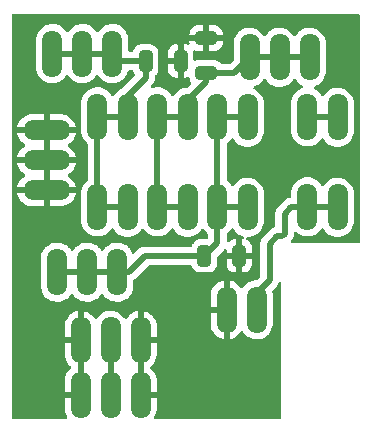
<source format=gbr>
%TF.GenerationSoftware,KiCad,Pcbnew,(6.0.7)*%
%TF.CreationDate,2023-04-28T16:32:49-04:00*%
%TF.ProjectId,Power Daughter Board v1,506f7765-7220-4446-9175-676874657220,rev?*%
%TF.SameCoordinates,Original*%
%TF.FileFunction,Copper,L1,Top*%
%TF.FilePolarity,Positive*%
%FSLAX46Y46*%
G04 Gerber Fmt 4.6, Leading zero omitted, Abs format (unit mm)*
G04 Created by KiCad (PCBNEW (6.0.7)) date 2023-04-28 16:32:49*
%MOMM*%
%LPD*%
G01*
G04 APERTURE LIST*
G04 Aperture macros list*
%AMRoundRect*
0 Rectangle with rounded corners*
0 $1 Rounding radius*
0 $2 $3 $4 $5 $6 $7 $8 $9 X,Y pos of 4 corners*
0 Add a 4 corners polygon primitive as box body*
4,1,4,$2,$3,$4,$5,$6,$7,$8,$9,$2,$3,0*
0 Add four circle primitives for the rounded corners*
1,1,$1+$1,$2,$3*
1,1,$1+$1,$4,$5*
1,1,$1+$1,$6,$7*
1,1,$1+$1,$8,$9*
0 Add four rect primitives between the rounded corners*
20,1,$1+$1,$2,$3,$4,$5,0*
20,1,$1+$1,$4,$5,$6,$7,0*
20,1,$1+$1,$6,$7,$8,$9,0*
20,1,$1+$1,$8,$9,$2,$3,0*%
G04 Aperture macros list end*
%TA.AperFunction,ComponentPad*%
%ADD10O,1.700000X4.000000*%
%TD*%
%TA.AperFunction,SMDPad,CuDef*%
%ADD11RoundRect,0.250000X-0.325000X-0.650000X0.325000X-0.650000X0.325000X0.650000X-0.325000X0.650000X0*%
%TD*%
%TA.AperFunction,SMDPad,CuDef*%
%ADD12RoundRect,0.250000X0.650000X-0.325000X0.650000X0.325000X-0.650000X0.325000X-0.650000X-0.325000X0*%
%TD*%
%TA.AperFunction,ComponentPad*%
%ADD13O,4.000000X1.700000*%
%TD*%
%TA.AperFunction,Conductor*%
%ADD14C,0.550000*%
%TD*%
G04 APERTURE END LIST*
D10*
%TO.P,J4,1,Pin_1*%
%TO.N,12V*%
X65930000Y-73920000D03*
%TO.P,J4,2,Pin_2*%
X63390000Y-73920000D03*
%TO.P,J4,3,Pin_3*%
X60850000Y-73920000D03*
%TD*%
%TO.P,K2,1*%
%TO.N,Net-(K1-Pad1)*%
X82042000Y-60769500D03*
%TO.P,K2,4*%
%TO.N,12V*%
X74422000Y-60769500D03*
%TO.P,K2,6*%
%TO.N,RX12V*%
X69342000Y-60769500D03*
%TO.P,K2,8*%
%TO.N,TX12V*%
X64262000Y-60769500D03*
%TO.P,K2,9*%
X64262000Y-68389500D03*
%TO.P,K2,11*%
%TO.N,RX12V*%
X69342000Y-68389500D03*
%TO.P,K2,13*%
%TO.N,12V*%
X74422000Y-68389500D03*
%TO.P,K2,16*%
%TO.N,Net-(J7-Pad1)*%
X82042000Y-68389500D03*
%TD*%
D11*
%TO.P,C1,1*%
%TO.N,12V*%
X73335000Y-72540000D03*
%TO.P,C1,2*%
%TO.N,GND*%
X76285000Y-72540000D03*
%TD*%
D12*
%TO.P,C3,1*%
%TO.N,RX12V*%
X73470000Y-57055000D03*
%TO.P,C3,2*%
%TO.N,GND*%
X73470000Y-54105000D03*
%TD*%
D10*
%TO.P,J7,1,Pin_1*%
%TO.N,Net-(J7-Pad1)*%
X77750000Y-77100000D03*
%TO.P,J7,2,Pin_2*%
%TO.N,GND*%
X75210000Y-77100000D03*
%TD*%
%TO.P,J6,1,Pin_1*%
%TO.N,RX12V*%
X77160000Y-55740000D03*
%TO.P,J6,2,Pin_2*%
X79700000Y-55740000D03*
%TO.P,J6,3,Pin_3*%
X82240000Y-55740000D03*
%TD*%
%TO.P,J2,1,Pin_1*%
%TO.N,GND*%
X67935000Y-84330000D03*
%TO.P,J2,2,Pin_2*%
%TO.N,Net-(J1-Pad2)*%
X65395000Y-84330000D03*
%TO.P,J2,3,Pin_3*%
%TO.N,GND*%
X62855000Y-84330000D03*
%TD*%
%TO.P,J1,1,Pin_1*%
%TO.N,GND*%
X67945000Y-79692500D03*
%TO.P,J1,2,Pin_2*%
%TO.N,Net-(J1-Pad2)*%
X65405000Y-79692500D03*
%TO.P,J1,3,Pin_3*%
%TO.N,GND*%
X62865000Y-79692500D03*
%TD*%
%TO.P,J5,1,Pin_1*%
%TO.N,TX12V*%
X60445000Y-55410000D03*
%TO.P,J5,2,Pin_2*%
X62985000Y-55410000D03*
%TO.P,J5,3,Pin_3*%
X65525000Y-55410000D03*
%TD*%
%TO.P,K1,1*%
%TO.N,Net-(K1-Pad1)*%
X84613000Y-60817000D03*
%TO.P,K1,4*%
%TO.N,12V*%
X76993000Y-60817000D03*
%TO.P,K1,6*%
%TO.N,RX12V*%
X71913000Y-60817000D03*
%TO.P,K1,8*%
%TO.N,TX12V*%
X66833000Y-60817000D03*
%TO.P,K1,9*%
X66833000Y-68437000D03*
%TO.P,K1,11*%
%TO.N,RX12V*%
X71913000Y-68437000D03*
%TO.P,K1,13*%
%TO.N,12V*%
X76993000Y-68437000D03*
%TO.P,K1,16*%
%TO.N,Net-(J7-Pad1)*%
X84613000Y-68437000D03*
%TD*%
D13*
%TO.P,J3,1,Pin_1*%
%TO.N,GND*%
X59960000Y-61895000D03*
%TO.P,J3,2,Pin_2*%
X59960000Y-64435000D03*
%TO.P,J3,3,Pin_3*%
X59960000Y-66975000D03*
%TD*%
D11*
%TO.P,C2,1*%
%TO.N,TX12V*%
X68355000Y-56040000D03*
%TO.P,C2,2*%
%TO.N,GND*%
X71305000Y-56040000D03*
%TD*%
D14*
%TO.N,Net-(J1-Pad2)*%
X65405000Y-79692500D02*
X65405000Y-84320000D01*
X65405000Y-84320000D02*
X65395000Y-84330000D01*
%TO.N,12V*%
X65930000Y-73920000D02*
X63390000Y-73920000D01*
X65930000Y-73920000D02*
X66910000Y-73920000D01*
X74422000Y-68389500D02*
X76945500Y-68389500D01*
X74422000Y-60769500D02*
X74422000Y-68389500D01*
X74422000Y-60769500D02*
X76945500Y-60769500D01*
X74422000Y-71453000D02*
X73335000Y-72540000D01*
X76945500Y-68389500D02*
X76993000Y-68437000D01*
X66910000Y-73920000D02*
X68290000Y-72540000D01*
X76945500Y-60769500D02*
X76993000Y-60817000D01*
X68290000Y-72540000D02*
X73335000Y-72540000D01*
X74422000Y-68389500D02*
X74422000Y-71453000D01*
X63390000Y-73920000D02*
X60850000Y-73920000D01*
%TO.N,TX12V*%
X68355000Y-57455000D02*
X68355000Y-56040000D01*
X64262000Y-68389500D02*
X64262000Y-60769500D01*
X66785500Y-60769500D02*
X66833000Y-60817000D01*
X66155000Y-56040000D02*
X65525000Y-55410000D01*
X62985000Y-55410000D02*
X60445000Y-55410000D01*
X66833000Y-68437000D02*
X64309500Y-68437000D01*
X66833000Y-58977000D02*
X68355000Y-57455000D01*
X64262000Y-60769500D02*
X66785500Y-60769500D01*
X65525000Y-55410000D02*
X62985000Y-55410000D01*
X64309500Y-68437000D02*
X64262000Y-68389500D01*
X66833000Y-60817000D02*
X66833000Y-58977000D01*
X68355000Y-56040000D02*
X66155000Y-56040000D01*
%TO.N,RX12V*%
X71913000Y-60817000D02*
X71913000Y-59387000D01*
X79700000Y-55740000D02*
X82240000Y-55740000D01*
X71865500Y-60769500D02*
X71913000Y-60817000D01*
X73470000Y-57830000D02*
X73470000Y-57055000D01*
X71913000Y-59387000D02*
X73470000Y-57830000D01*
X77160000Y-55740000D02*
X79700000Y-55740000D01*
X73470000Y-57055000D02*
X75845000Y-57055000D01*
X69342000Y-60769500D02*
X71865500Y-60769500D01*
X75845000Y-57055000D02*
X77160000Y-55740000D01*
X69342000Y-60769500D02*
X69342000Y-68389500D01*
X71865500Y-68389500D02*
X71913000Y-68437000D01*
X69342000Y-68389500D02*
X71865500Y-68389500D01*
%TO.N,Net-(K1-Pad1)*%
X82042000Y-60769500D02*
X84565500Y-60769500D01*
X84565500Y-60769500D02*
X84613000Y-60817000D01*
%TO.N,Net-(J7-Pad1)*%
X79480000Y-70870000D02*
X79940000Y-70870000D01*
X79940000Y-70870000D02*
X80120000Y-70690000D01*
X80690500Y-68389500D02*
X82042000Y-68389500D01*
X78850000Y-74610000D02*
X78850000Y-71500000D01*
X80120000Y-70690000D02*
X80120000Y-68960000D01*
X80120000Y-68960000D02*
X80690500Y-68389500D01*
X77750000Y-75710000D02*
X78850000Y-74610000D01*
X84613000Y-68437000D02*
X82089500Y-68437000D01*
X82089500Y-68437000D02*
X82042000Y-68389500D01*
X77750000Y-77100000D02*
X77750000Y-75710000D01*
X78850000Y-71500000D02*
X79480000Y-70870000D01*
%TD*%
%TA.AperFunction,Conductor*%
%TO.N,GND*%
G36*
X65745717Y-52034550D02*
G01*
X86336204Y-52048083D01*
X86404310Y-52068130D01*
X86450768Y-52121816D01*
X86462120Y-52173960D01*
X86480881Y-71319196D01*
X86460946Y-71387336D01*
X86407336Y-71433881D01*
X86355641Y-71445317D01*
X80743818Y-71479168D01*
X80675578Y-71459577D01*
X80628762Y-71406203D01*
X80618235Y-71335991D01*
X80647338Y-71271233D01*
X80653963Y-71264075D01*
X80667706Y-71250332D01*
X80668644Y-71249403D01*
X80680181Y-71238105D01*
X80731011Y-71188329D01*
X80734827Y-71182408D01*
X80753666Y-71153176D01*
X80761104Y-71142825D01*
X80782793Y-71115655D01*
X80782795Y-71115652D01*
X80787187Y-71110150D01*
X80790253Y-71103808D01*
X80801228Y-71081107D01*
X80808754Y-71067697D01*
X80822411Y-71046504D01*
X80822412Y-71046502D01*
X80826231Y-71040576D01*
X80840535Y-71001275D01*
X80845491Y-70989544D01*
X80860625Y-70958239D01*
X80860626Y-70958236D01*
X80863691Y-70951896D01*
X80870948Y-70920462D01*
X80875318Y-70905710D01*
X80883941Y-70882019D01*
X80883941Y-70882018D01*
X80886350Y-70875400D01*
X80891590Y-70833922D01*
X80893825Y-70821371D01*
X80901648Y-70787485D01*
X80901648Y-70787483D01*
X80903232Y-70780623D01*
X80903312Y-70757956D01*
X80903370Y-70741296D01*
X80903398Y-70740459D01*
X80903500Y-70739646D01*
X80903500Y-70703900D01*
X80903689Y-70649861D01*
X80903763Y-70628671D01*
X80924003Y-70560620D01*
X80977821Y-70514315D01*
X81048130Y-70504457D01*
X81112607Y-70534176D01*
X81120928Y-70542136D01*
X81138576Y-70560635D01*
X81323542Y-70698254D01*
X81328293Y-70700670D01*
X81328297Y-70700672D01*
X81358066Y-70715807D01*
X81529051Y-70802740D01*
X81534145Y-70804322D01*
X81534148Y-70804323D01*
X81682025Y-70850240D01*
X81749227Y-70871107D01*
X81754516Y-70871808D01*
X81972489Y-70900698D01*
X81972494Y-70900698D01*
X81977774Y-70901398D01*
X81983103Y-70901198D01*
X81983105Y-70901198D01*
X82092966Y-70897074D01*
X82208158Y-70892749D01*
X82259298Y-70882019D01*
X82428572Y-70846502D01*
X82433791Y-70845407D01*
X82438750Y-70843449D01*
X82438752Y-70843448D01*
X82643256Y-70762685D01*
X82643258Y-70762684D01*
X82648221Y-70760724D01*
X82678142Y-70742568D01*
X82830917Y-70649861D01*
X82845317Y-70641123D01*
X82879664Y-70611318D01*
X83015412Y-70493523D01*
X83015414Y-70493521D01*
X83019445Y-70490023D01*
X83063010Y-70436892D01*
X83162240Y-70315873D01*
X83162244Y-70315867D01*
X83165624Y-70311745D01*
X83201976Y-70247884D01*
X83253057Y-70198579D01*
X83322687Y-70184717D01*
X83388758Y-70210700D01*
X83420739Y-70247968D01*
X83421688Y-70250075D01*
X83550441Y-70441319D01*
X83709576Y-70608135D01*
X83894542Y-70745754D01*
X83899293Y-70748170D01*
X83899297Y-70748172D01*
X83963124Y-70780623D01*
X84100051Y-70850240D01*
X84105145Y-70851822D01*
X84105148Y-70851823D01*
X84262551Y-70900698D01*
X84320227Y-70918607D01*
X84325516Y-70919308D01*
X84543489Y-70948198D01*
X84543494Y-70948198D01*
X84548774Y-70948898D01*
X84554103Y-70948698D01*
X84554105Y-70948698D01*
X84663966Y-70944574D01*
X84779158Y-70940249D01*
X85004791Y-70892907D01*
X85009750Y-70890949D01*
X85009752Y-70890948D01*
X85214256Y-70810185D01*
X85214258Y-70810184D01*
X85219221Y-70808224D01*
X85228259Y-70802740D01*
X85375876Y-70713163D01*
X85416317Y-70688623D01*
X85439180Y-70668784D01*
X85586412Y-70541023D01*
X85586414Y-70541021D01*
X85590445Y-70537523D01*
X85632780Y-70485892D01*
X85733240Y-70363373D01*
X85733244Y-70363367D01*
X85736624Y-70359245D01*
X85780311Y-70282499D01*
X85848032Y-70163529D01*
X85850675Y-70158886D01*
X85929337Y-69942175D01*
X85959679Y-69774381D01*
X85969623Y-69719392D01*
X85969624Y-69719385D01*
X85970361Y-69715308D01*
X85971500Y-69691156D01*
X85971500Y-67229110D01*
X85956920Y-67057280D01*
X85955582Y-67052125D01*
X85955581Y-67052119D01*
X85900343Y-66839297D01*
X85900342Y-66839293D01*
X85899001Y-66834128D01*
X85893065Y-66820949D01*
X85806507Y-66628798D01*
X85804312Y-66623925D01*
X85675559Y-66432681D01*
X85516424Y-66265865D01*
X85498495Y-66252525D01*
X85344402Y-66137877D01*
X85331458Y-66128246D01*
X85326707Y-66125830D01*
X85326703Y-66125828D01*
X85203508Y-66063193D01*
X85125949Y-66023760D01*
X85120855Y-66022178D01*
X85120852Y-66022177D01*
X84910871Y-65956976D01*
X84905773Y-65955393D01*
X84900484Y-65954692D01*
X84682511Y-65925802D01*
X84682506Y-65925802D01*
X84677226Y-65925102D01*
X84671897Y-65925302D01*
X84671895Y-65925302D01*
X84562034Y-65929427D01*
X84446842Y-65933751D01*
X84221209Y-65981093D01*
X84216250Y-65983051D01*
X84216248Y-65983052D01*
X84011744Y-66063815D01*
X84011742Y-66063816D01*
X84006779Y-66065776D01*
X84002220Y-66068543D01*
X84002217Y-66068544D01*
X83854724Y-66158045D01*
X83809683Y-66185377D01*
X83805653Y-66188874D01*
X83685534Y-66293108D01*
X83635555Y-66336477D01*
X83632168Y-66340608D01*
X83492760Y-66510627D01*
X83492756Y-66510633D01*
X83489376Y-66514755D01*
X83453157Y-66578383D01*
X83453025Y-66578615D01*
X83401943Y-66627921D01*
X83332313Y-66641783D01*
X83266242Y-66615800D01*
X83234261Y-66578532D01*
X83233312Y-66576425D01*
X83104559Y-66385181D01*
X82945424Y-66218365D01*
X82760458Y-66080746D01*
X82755707Y-66078330D01*
X82755703Y-66078328D01*
X82633731Y-66016315D01*
X82554949Y-65976260D01*
X82549855Y-65974678D01*
X82549852Y-65974677D01*
X82339871Y-65909476D01*
X82334773Y-65907893D01*
X82329484Y-65907192D01*
X82111511Y-65878302D01*
X82111506Y-65878302D01*
X82106226Y-65877602D01*
X82100897Y-65877802D01*
X82100895Y-65877802D01*
X81991034Y-65881926D01*
X81875842Y-65886251D01*
X81650209Y-65933593D01*
X81645250Y-65935551D01*
X81645248Y-65935552D01*
X81440744Y-66016315D01*
X81440742Y-66016316D01*
X81435779Y-66018276D01*
X81431220Y-66021043D01*
X81431217Y-66021044D01*
X81332832Y-66080746D01*
X81238683Y-66137877D01*
X81234653Y-66141374D01*
X81086745Y-66269722D01*
X81064555Y-66288977D01*
X81061168Y-66293108D01*
X80921760Y-66463127D01*
X80921756Y-66463133D01*
X80918376Y-66467255D01*
X80915738Y-66471889D01*
X80915735Y-66471894D01*
X80849314Y-66588579D01*
X80804325Y-66667614D01*
X80725663Y-66884325D01*
X80724714Y-66889574D01*
X80724713Y-66889577D01*
X80685377Y-67107108D01*
X80685376Y-67107115D01*
X80684639Y-67111192D01*
X80683500Y-67135344D01*
X80683500Y-67487695D01*
X80663498Y-67555816D01*
X80609842Y-67602309D01*
X80584120Y-67610851D01*
X80569940Y-67613916D01*
X80557367Y-67615975D01*
X80522812Y-67619851D01*
X80522808Y-67619852D01*
X80515818Y-67620636D01*
X80509172Y-67622951D01*
X80509170Y-67622951D01*
X80485360Y-67631243D01*
X80470546Y-67635407D01*
X80445896Y-67640736D01*
X80445895Y-67640736D01*
X80439014Y-67642224D01*
X80401113Y-67659898D01*
X80389307Y-67664692D01*
X80356466Y-67676128D01*
X80356464Y-67676129D01*
X80349819Y-67678443D01*
X80343849Y-67682174D01*
X80343848Y-67682174D01*
X80322466Y-67695535D01*
X80308946Y-67702876D01*
X80286085Y-67713536D01*
X80286082Y-67713538D01*
X80279706Y-67716511D01*
X80274146Y-67720824D01*
X80274144Y-67720825D01*
X80246665Y-67742140D01*
X80236217Y-67749429D01*
X80200751Y-67771591D01*
X80173904Y-67798250D01*
X80172828Y-67799319D01*
X80172236Y-67799873D01*
X80171587Y-67800377D01*
X80146435Y-67825529D01*
X80076025Y-67895449D01*
X80075384Y-67896459D01*
X80074326Y-67897638D01*
X79572383Y-68399581D01*
X79571445Y-68400510D01*
X79508989Y-68461671D01*
X79505172Y-68467593D01*
X79505170Y-68467596D01*
X79486335Y-68496822D01*
X79478907Y-68507161D01*
X79452812Y-68539850D01*
X79449746Y-68546192D01*
X79449743Y-68546197D01*
X79438773Y-68568890D01*
X79431247Y-68582302D01*
X79417586Y-68603500D01*
X79417584Y-68603505D01*
X79413769Y-68609424D01*
X79411360Y-68616044D01*
X79399469Y-68648715D01*
X79394506Y-68660463D01*
X79376309Y-68698105D01*
X79369051Y-68729544D01*
X79364685Y-68744280D01*
X79353650Y-68774600D01*
X79352767Y-68781586D01*
X79352767Y-68781588D01*
X79348410Y-68816079D01*
X79346175Y-68828631D01*
X79336768Y-68869377D01*
X79336743Y-68876417D01*
X79336743Y-68876420D01*
X79336630Y-68908704D01*
X79336602Y-68909541D01*
X79336500Y-68910354D01*
X79336500Y-68946100D01*
X79336154Y-69045153D01*
X79336415Y-69046321D01*
X79336500Y-69047889D01*
X79336500Y-69997707D01*
X79316498Y-70065828D01*
X79262842Y-70112321D01*
X79237130Y-70120861D01*
X79235399Y-70121235D01*
X79235395Y-70121236D01*
X79228514Y-70122724D01*
X79222127Y-70125702D01*
X79222128Y-70125702D01*
X79190610Y-70140398D01*
X79178801Y-70145193D01*
X79139319Y-70158943D01*
X79131980Y-70163529D01*
X79111960Y-70176039D01*
X79098451Y-70183374D01*
X79069207Y-70197011D01*
X79063646Y-70201325D01*
X79063642Y-70201327D01*
X79036162Y-70222643D01*
X79025713Y-70229932D01*
X78990251Y-70252091D01*
X78984718Y-70257586D01*
X78962337Y-70279811D01*
X78961739Y-70280371D01*
X78961087Y-70280876D01*
X78935796Y-70306167D01*
X78865525Y-70375949D01*
X78864884Y-70376959D01*
X78863833Y-70378130D01*
X78302334Y-70939630D01*
X78301395Y-70940559D01*
X78238989Y-71001671D01*
X78235172Y-71007593D01*
X78235170Y-71007596D01*
X78216335Y-71036822D01*
X78208907Y-71047161D01*
X78182812Y-71079850D01*
X78179746Y-71086192D01*
X78179743Y-71086197D01*
X78168773Y-71108890D01*
X78161247Y-71122302D01*
X78147586Y-71143500D01*
X78147584Y-71143505D01*
X78143769Y-71149424D01*
X78129609Y-71188329D01*
X78129469Y-71188715D01*
X78124506Y-71200463D01*
X78106309Y-71238105D01*
X78099051Y-71269544D01*
X78094685Y-71284280D01*
X78090325Y-71296261D01*
X78083650Y-71314600D01*
X78082767Y-71321586D01*
X78082767Y-71321588D01*
X78078410Y-71356079D01*
X78076175Y-71368631D01*
X78066768Y-71409377D01*
X78066743Y-71416417D01*
X78066743Y-71416420D01*
X78066630Y-71448704D01*
X78066602Y-71449541D01*
X78066500Y-71450354D01*
X78066500Y-71486100D01*
X78066154Y-71585153D01*
X78066415Y-71586321D01*
X78066500Y-71587889D01*
X78066500Y-74233274D01*
X78046498Y-74301395D01*
X78029595Y-74322369D01*
X77796859Y-74555105D01*
X77734547Y-74589131D01*
X77712492Y-74591921D01*
X77583842Y-74596751D01*
X77358209Y-74644093D01*
X77353250Y-74646051D01*
X77353248Y-74646052D01*
X77148744Y-74726815D01*
X77148742Y-74726816D01*
X77143779Y-74728776D01*
X77139220Y-74731543D01*
X77139217Y-74731544D01*
X77044113Y-74789255D01*
X76946683Y-74848377D01*
X76942653Y-74851874D01*
X76810558Y-74966500D01*
X76772555Y-74999477D01*
X76769168Y-75003608D01*
X76629760Y-75173627D01*
X76629756Y-75173633D01*
X76626376Y-75177755D01*
X76623736Y-75182393D01*
X76589847Y-75241928D01*
X76538765Y-75291234D01*
X76469135Y-75305096D01*
X76403064Y-75279113D01*
X76375825Y-75249963D01*
X76275150Y-75100425D01*
X76268481Y-75092130D01*
X76116772Y-74933100D01*
X76108814Y-74926059D01*
X75932475Y-74794859D01*
X75923438Y-74789255D01*
X75727516Y-74689643D01*
X75717665Y-74685643D01*
X75507760Y-74620466D01*
X75497376Y-74618183D01*
X75481957Y-74616139D01*
X75467793Y-74618335D01*
X75464000Y-74631522D01*
X75464000Y-79566192D01*
X75467973Y-79579723D01*
X75478580Y-79581248D01*
X75596421Y-79556523D01*
X75606617Y-79553463D01*
X75811029Y-79472737D01*
X75820561Y-79468006D01*
X76008462Y-79353984D01*
X76017052Y-79347720D01*
X76183052Y-79203673D01*
X76190472Y-79196042D01*
X76329826Y-79026089D01*
X76335850Y-79017322D01*
X76369565Y-78958094D01*
X76420647Y-78908788D01*
X76490277Y-78894926D01*
X76556348Y-78920909D01*
X76583587Y-78950059D01*
X76687441Y-79104319D01*
X76846576Y-79271135D01*
X77031542Y-79408754D01*
X77036293Y-79411170D01*
X77036297Y-79411172D01*
X77090048Y-79438500D01*
X77237051Y-79513240D01*
X77242145Y-79514822D01*
X77242148Y-79514823D01*
X77407583Y-79566192D01*
X77457227Y-79581607D01*
X77462516Y-79582308D01*
X77680489Y-79611198D01*
X77680494Y-79611198D01*
X77685774Y-79611898D01*
X77691103Y-79611698D01*
X77691105Y-79611698D01*
X77800966Y-79607574D01*
X77916158Y-79603249D01*
X78141791Y-79555907D01*
X78146750Y-79553949D01*
X78146752Y-79553948D01*
X78351256Y-79473185D01*
X78351258Y-79473184D01*
X78356221Y-79471224D01*
X78361525Y-79468006D01*
X78548757Y-79354390D01*
X78548756Y-79354390D01*
X78553317Y-79351623D01*
X78557815Y-79347720D01*
X78723412Y-79204023D01*
X78723414Y-79204021D01*
X78727445Y-79200523D01*
X78761516Y-79158970D01*
X78870240Y-79026373D01*
X78870244Y-79026367D01*
X78873624Y-79022245D01*
X78876427Y-79017322D01*
X78985032Y-78826529D01*
X78987675Y-78821886D01*
X79066337Y-78605175D01*
X79067287Y-78599923D01*
X79106623Y-78382392D01*
X79106624Y-78382385D01*
X79107361Y-78378308D01*
X79108500Y-78354156D01*
X79108500Y-75892110D01*
X79095006Y-75733075D01*
X79094371Y-75725591D01*
X79094370Y-75725587D01*
X79093920Y-75720280D01*
X79061304Y-75594617D01*
X79063551Y-75523657D01*
X79094168Y-75473868D01*
X79397617Y-75170419D01*
X79398555Y-75169490D01*
X79398663Y-75169384D01*
X79461011Y-75108329D01*
X79464828Y-75102407D01*
X79464830Y-75102404D01*
X79483665Y-75073178D01*
X79491093Y-75062839D01*
X79517188Y-75030150D01*
X79520254Y-75023808D01*
X79520257Y-75023803D01*
X79531227Y-75001110D01*
X79538753Y-74987698D01*
X79552414Y-74966500D01*
X79552416Y-74966495D01*
X79556231Y-74960576D01*
X79570533Y-74921281D01*
X79575494Y-74909537D01*
X79590624Y-74878240D01*
X79590625Y-74878237D01*
X79593691Y-74871895D01*
X79597597Y-74854979D01*
X79600948Y-74840461D01*
X79605320Y-74825705D01*
X79610445Y-74811626D01*
X79652541Y-74754456D01*
X79718864Y-74729121D01*
X79788355Y-74743664D01*
X79838952Y-74793469D01*
X79854844Y-74854978D01*
X79833004Y-85709720D01*
X79831885Y-86265692D01*
X79811746Y-86333772D01*
X79757997Y-86380157D01*
X79705885Y-86391438D01*
X69195522Y-86391438D01*
X69127401Y-86371436D01*
X69080908Y-86317780D01*
X69070804Y-86247506D01*
X69086020Y-86203106D01*
X69169576Y-86056318D01*
X69174041Y-86046654D01*
X69249031Y-85840059D01*
X69251802Y-85829792D01*
X69291123Y-85612345D01*
X69292056Y-85604116D01*
X69292930Y-85585598D01*
X69293000Y-85582623D01*
X69293000Y-84602115D01*
X69288525Y-84586876D01*
X69287135Y-84585671D01*
X69279452Y-84584000D01*
X67807000Y-84584000D01*
X67738879Y-84563998D01*
X67692386Y-84510342D01*
X67681000Y-84458000D01*
X67681000Y-84057885D01*
X68189000Y-84057885D01*
X68193475Y-84073124D01*
X68194865Y-84074329D01*
X68202548Y-84076000D01*
X69274885Y-84076000D01*
X69290124Y-84071525D01*
X69291329Y-84070135D01*
X69293000Y-84062452D01*
X69293000Y-83124794D01*
X69292775Y-83119485D01*
X69278876Y-82955675D01*
X69277086Y-82945203D01*
X69221870Y-82732465D01*
X69218335Y-82722425D01*
X69128063Y-82522030D01*
X69122894Y-82512744D01*
X69000150Y-82330425D01*
X68993481Y-82322130D01*
X68841772Y-82163100D01*
X68833814Y-82156059D01*
X68781610Y-82117218D01*
X68738897Y-82060508D01*
X68733624Y-81989707D01*
X68767466Y-81927295D01*
X68774243Y-81920963D01*
X68918052Y-81796173D01*
X68925472Y-81788542D01*
X69064826Y-81618589D01*
X69070850Y-81609822D01*
X69179576Y-81418818D01*
X69184041Y-81409154D01*
X69259031Y-81202559D01*
X69261802Y-81192292D01*
X69301123Y-80974845D01*
X69302056Y-80966616D01*
X69302930Y-80948098D01*
X69303000Y-80945123D01*
X69303000Y-79964615D01*
X69298525Y-79949376D01*
X69297135Y-79948171D01*
X69289452Y-79946500D01*
X68217115Y-79946500D01*
X68201876Y-79950975D01*
X68200671Y-79952365D01*
X68199000Y-79960048D01*
X68199000Y-82194530D01*
X68196121Y-82221313D01*
X68189000Y-82254048D01*
X68189000Y-84057885D01*
X67681000Y-84057885D01*
X67681000Y-81827970D01*
X67683879Y-81801187D01*
X67691000Y-81768452D01*
X67691000Y-79420385D01*
X68199000Y-79420385D01*
X68203475Y-79435624D01*
X68204865Y-79436829D01*
X68212548Y-79438500D01*
X69284885Y-79438500D01*
X69300124Y-79434025D01*
X69301329Y-79432635D01*
X69303000Y-79424952D01*
X69303000Y-78487294D01*
X69302775Y-78481985D01*
X69288876Y-78318175D01*
X69287086Y-78307703D01*
X69286438Y-78305206D01*
X73852000Y-78305206D01*
X73852225Y-78310515D01*
X73866124Y-78474325D01*
X73867914Y-78484797D01*
X73923130Y-78697535D01*
X73926665Y-78707575D01*
X74016937Y-78907970D01*
X74022106Y-78917256D01*
X74144850Y-79099575D01*
X74151519Y-79107870D01*
X74303228Y-79266900D01*
X74311186Y-79273941D01*
X74487525Y-79405141D01*
X74496562Y-79410745D01*
X74692484Y-79510357D01*
X74702335Y-79514357D01*
X74912240Y-79579534D01*
X74922624Y-79581817D01*
X74938043Y-79583861D01*
X74952207Y-79581665D01*
X74956000Y-79568478D01*
X74956000Y-77372115D01*
X74951525Y-77356876D01*
X74950135Y-77355671D01*
X74942452Y-77354000D01*
X73870115Y-77354000D01*
X73854876Y-77358475D01*
X73853671Y-77359865D01*
X73852000Y-77367548D01*
X73852000Y-78305206D01*
X69286438Y-78305206D01*
X69231870Y-78094965D01*
X69228335Y-78084925D01*
X69138063Y-77884530D01*
X69132894Y-77875244D01*
X69010150Y-77692925D01*
X69003481Y-77684630D01*
X68851772Y-77525600D01*
X68843814Y-77518559D01*
X68667475Y-77387359D01*
X68658438Y-77381755D01*
X68462516Y-77282143D01*
X68452665Y-77278143D01*
X68242760Y-77212966D01*
X68232376Y-77210683D01*
X68216957Y-77208639D01*
X68202793Y-77210835D01*
X68199000Y-77224022D01*
X68199000Y-79420385D01*
X67691000Y-79420385D01*
X67691000Y-77226308D01*
X67687027Y-77212777D01*
X67676420Y-77211252D01*
X67558579Y-77235977D01*
X67548383Y-77239037D01*
X67343971Y-77319763D01*
X67334439Y-77324494D01*
X67146538Y-77438516D01*
X67137948Y-77444780D01*
X66971948Y-77588827D01*
X66964528Y-77596458D01*
X66825174Y-77766411D01*
X66819150Y-77775178D01*
X66785435Y-77834406D01*
X66734353Y-77883712D01*
X66664723Y-77897574D01*
X66598652Y-77871591D01*
X66571413Y-77842441D01*
X66522814Y-77770255D01*
X66467559Y-77688181D01*
X66308424Y-77521365D01*
X66123458Y-77383746D01*
X66118707Y-77381330D01*
X66118703Y-77381328D01*
X66000588Y-77321276D01*
X65917949Y-77279260D01*
X65912855Y-77277678D01*
X65912852Y-77277677D01*
X65702871Y-77212476D01*
X65697773Y-77210893D01*
X65692484Y-77210192D01*
X65474511Y-77181302D01*
X65474506Y-77181302D01*
X65469226Y-77180602D01*
X65463897Y-77180802D01*
X65463895Y-77180802D01*
X65354034Y-77184926D01*
X65238842Y-77189251D01*
X65013209Y-77236593D01*
X65008250Y-77238551D01*
X65008248Y-77238552D01*
X64803744Y-77319315D01*
X64803742Y-77319316D01*
X64798779Y-77321276D01*
X64794220Y-77324043D01*
X64794217Y-77324044D01*
X64699113Y-77381755D01*
X64601683Y-77440877D01*
X64597653Y-77444374D01*
X64504484Y-77525222D01*
X64427555Y-77591977D01*
X64424168Y-77596108D01*
X64284760Y-77766127D01*
X64284756Y-77766133D01*
X64281376Y-77770255D01*
X64244860Y-77834406D01*
X64244847Y-77834428D01*
X64193765Y-77883734D01*
X64124135Y-77897596D01*
X64058064Y-77871613D01*
X64030825Y-77842463D01*
X63930150Y-77692925D01*
X63923481Y-77684630D01*
X63771772Y-77525600D01*
X63763814Y-77518559D01*
X63587475Y-77387359D01*
X63578438Y-77381755D01*
X63382516Y-77282143D01*
X63372665Y-77278143D01*
X63162760Y-77212966D01*
X63152376Y-77210683D01*
X63136957Y-77208639D01*
X63122793Y-77210835D01*
X63119000Y-77224022D01*
X63119000Y-82194530D01*
X63116121Y-82221313D01*
X63109000Y-82254048D01*
X63109000Y-84458000D01*
X63088998Y-84526121D01*
X63035342Y-84572614D01*
X62983000Y-84584000D01*
X61515115Y-84584000D01*
X61499876Y-84588475D01*
X61498671Y-84589865D01*
X61497000Y-84597548D01*
X61497000Y-85535206D01*
X61497225Y-85540515D01*
X61511124Y-85704325D01*
X61512914Y-85714797D01*
X61568130Y-85927535D01*
X61571665Y-85937575D01*
X61661937Y-86137970D01*
X61667106Y-86147256D01*
X61699297Y-86195071D01*
X61720748Y-86262749D01*
X61702204Y-86331281D01*
X61649553Y-86378909D01*
X61594777Y-86391438D01*
X57173625Y-86391438D01*
X57105504Y-86371436D01*
X57059011Y-86317780D01*
X57047625Y-86265435D01*
X57047626Y-86252245D01*
X57047681Y-84057885D01*
X61497000Y-84057885D01*
X61501475Y-84073124D01*
X61502865Y-84074329D01*
X61510548Y-84076000D01*
X62582885Y-84076000D01*
X62598124Y-84071525D01*
X62599329Y-84070135D01*
X62601000Y-84062452D01*
X62601000Y-81827970D01*
X62603879Y-81801187D01*
X62611000Y-81768452D01*
X62611000Y-79964615D01*
X62606525Y-79949376D01*
X62605135Y-79948171D01*
X62597452Y-79946500D01*
X61525115Y-79946500D01*
X61509876Y-79950975D01*
X61508671Y-79952365D01*
X61507000Y-79960048D01*
X61507000Y-80897706D01*
X61507225Y-80903015D01*
X61521124Y-81066825D01*
X61522914Y-81077297D01*
X61578130Y-81290035D01*
X61581665Y-81300075D01*
X61671937Y-81500470D01*
X61677106Y-81509756D01*
X61799850Y-81692075D01*
X61806519Y-81700370D01*
X61958228Y-81859400D01*
X61966186Y-81866441D01*
X62018390Y-81905282D01*
X62061103Y-81961992D01*
X62066376Y-82032793D01*
X62032534Y-82095205D01*
X62025757Y-82101537D01*
X61881948Y-82226327D01*
X61874528Y-82233958D01*
X61735174Y-82403911D01*
X61729150Y-82412678D01*
X61620424Y-82603682D01*
X61615959Y-82613346D01*
X61540969Y-82819941D01*
X61538198Y-82830208D01*
X61498877Y-83047655D01*
X61497944Y-83055884D01*
X61497070Y-83074402D01*
X61497000Y-83077377D01*
X61497000Y-84057885D01*
X57047681Y-84057885D01*
X57047798Y-79420385D01*
X61507000Y-79420385D01*
X61511475Y-79435624D01*
X61512865Y-79436829D01*
X61520548Y-79438500D01*
X62592885Y-79438500D01*
X62608124Y-79434025D01*
X62609329Y-79432635D01*
X62611000Y-79424952D01*
X62611000Y-77226308D01*
X62607027Y-77212777D01*
X62596420Y-77211252D01*
X62478579Y-77235977D01*
X62468383Y-77239037D01*
X62263971Y-77319763D01*
X62254439Y-77324494D01*
X62066538Y-77438516D01*
X62057948Y-77444780D01*
X61891948Y-77588827D01*
X61884528Y-77596458D01*
X61745174Y-77766411D01*
X61739150Y-77775178D01*
X61630424Y-77966182D01*
X61625959Y-77975846D01*
X61550969Y-78182441D01*
X61548198Y-78192708D01*
X61508877Y-78410155D01*
X61507944Y-78418384D01*
X61507070Y-78436902D01*
X61507000Y-78439877D01*
X61507000Y-79420385D01*
X57047798Y-79420385D01*
X57047863Y-76827885D01*
X73852000Y-76827885D01*
X73856475Y-76843124D01*
X73857865Y-76844329D01*
X73865548Y-76846000D01*
X74937885Y-76846000D01*
X74953124Y-76841525D01*
X74954329Y-76840135D01*
X74956000Y-76832452D01*
X74956000Y-74633808D01*
X74952027Y-74620277D01*
X74941420Y-74618752D01*
X74823579Y-74643477D01*
X74813383Y-74646537D01*
X74608971Y-74727263D01*
X74599439Y-74731994D01*
X74411538Y-74846016D01*
X74402948Y-74852280D01*
X74236948Y-74996327D01*
X74229528Y-75003958D01*
X74090174Y-75173911D01*
X74084150Y-75182678D01*
X73975424Y-75373682D01*
X73970959Y-75383346D01*
X73895969Y-75589941D01*
X73893198Y-75600208D01*
X73853877Y-75817655D01*
X73852944Y-75825884D01*
X73852070Y-75844402D01*
X73852000Y-75847377D01*
X73852000Y-76827885D01*
X57047863Y-76827885D01*
X57048104Y-67243580D01*
X57478752Y-67243580D01*
X57503477Y-67361421D01*
X57506537Y-67371617D01*
X57587263Y-67576029D01*
X57591994Y-67585561D01*
X57706016Y-67773462D01*
X57712280Y-67782052D01*
X57856327Y-67948052D01*
X57863958Y-67955472D01*
X58033911Y-68094826D01*
X58042678Y-68100850D01*
X58233682Y-68209576D01*
X58243346Y-68214041D01*
X58449941Y-68289031D01*
X58460208Y-68291802D01*
X58677655Y-68331123D01*
X58685884Y-68332056D01*
X58704402Y-68332930D01*
X58707377Y-68333000D01*
X59687885Y-68333000D01*
X59703124Y-68328525D01*
X59704329Y-68327135D01*
X59706000Y-68319452D01*
X59706000Y-68314885D01*
X60214000Y-68314885D01*
X60218475Y-68330124D01*
X60219865Y-68331329D01*
X60227548Y-68333000D01*
X61165206Y-68333000D01*
X61170515Y-68332775D01*
X61334325Y-68318876D01*
X61344797Y-68317086D01*
X61557535Y-68261870D01*
X61567575Y-68258335D01*
X61767970Y-68168063D01*
X61777256Y-68162894D01*
X61959575Y-68040150D01*
X61967870Y-68033481D01*
X62126900Y-67881772D01*
X62133941Y-67873814D01*
X62265141Y-67697475D01*
X62270745Y-67688438D01*
X62370357Y-67492516D01*
X62374357Y-67482665D01*
X62439534Y-67272760D01*
X62441817Y-67262376D01*
X62443861Y-67246957D01*
X62441665Y-67232793D01*
X62428478Y-67229000D01*
X60232115Y-67229000D01*
X60216876Y-67233475D01*
X60215671Y-67234865D01*
X60214000Y-67242548D01*
X60214000Y-68314885D01*
X59706000Y-68314885D01*
X59706000Y-67247115D01*
X59701525Y-67231876D01*
X59700135Y-67230671D01*
X59692452Y-67229000D01*
X57493808Y-67229000D01*
X57480277Y-67232973D01*
X57478752Y-67243580D01*
X57048104Y-67243580D01*
X57048117Y-66715114D01*
X57048117Y-66703043D01*
X57476139Y-66703043D01*
X57478335Y-66717207D01*
X57491522Y-66721000D01*
X59687885Y-66721000D01*
X59703124Y-66716525D01*
X59704329Y-66715135D01*
X59706000Y-66707452D01*
X59706000Y-66702885D01*
X60214000Y-66702885D01*
X60218475Y-66718124D01*
X60219865Y-66719329D01*
X60227548Y-66721000D01*
X62426192Y-66721000D01*
X62439723Y-66717027D01*
X62441248Y-66706420D01*
X62416523Y-66588579D01*
X62413463Y-66578383D01*
X62332737Y-66373971D01*
X62328006Y-66364439D01*
X62213984Y-66176538D01*
X62207720Y-66167948D01*
X62063673Y-66001948D01*
X62056042Y-65994528D01*
X61886089Y-65855174D01*
X61877322Y-65849150D01*
X61817609Y-65815159D01*
X61768303Y-65764077D01*
X61754441Y-65694447D01*
X61780424Y-65628376D01*
X61809574Y-65601137D01*
X61959575Y-65500151D01*
X61967870Y-65493481D01*
X62126900Y-65341772D01*
X62133941Y-65333814D01*
X62265141Y-65157475D01*
X62270745Y-65148438D01*
X62370357Y-64952516D01*
X62374357Y-64942665D01*
X62439534Y-64732760D01*
X62441817Y-64722376D01*
X62443861Y-64706957D01*
X62441665Y-64692793D01*
X62428478Y-64689000D01*
X60232115Y-64689000D01*
X60216876Y-64693475D01*
X60215671Y-64694865D01*
X60214000Y-64702548D01*
X60214000Y-66702885D01*
X59706000Y-66702885D01*
X59706000Y-64707115D01*
X59701525Y-64691876D01*
X59700135Y-64690671D01*
X59692452Y-64689000D01*
X57493808Y-64689000D01*
X57480277Y-64692973D01*
X57478752Y-64703580D01*
X57503477Y-64821421D01*
X57506537Y-64831617D01*
X57587263Y-65036029D01*
X57591994Y-65045561D01*
X57706016Y-65233462D01*
X57712280Y-65242052D01*
X57856327Y-65408052D01*
X57863958Y-65415472D01*
X58033911Y-65554826D01*
X58042678Y-65560850D01*
X58102391Y-65594841D01*
X58151697Y-65645923D01*
X58165559Y-65715553D01*
X58139576Y-65781624D01*
X58110426Y-65808863D01*
X57960425Y-65909849D01*
X57952130Y-65916519D01*
X57793100Y-66068228D01*
X57786059Y-66076186D01*
X57654859Y-66252525D01*
X57649255Y-66261562D01*
X57549643Y-66457484D01*
X57545643Y-66467335D01*
X57480466Y-66677240D01*
X57478183Y-66687624D01*
X57476139Y-66703043D01*
X57048117Y-66703043D01*
X57048181Y-64163043D01*
X57476139Y-64163043D01*
X57478335Y-64177207D01*
X57491522Y-64181000D01*
X59687885Y-64181000D01*
X59703124Y-64176525D01*
X59704329Y-64175135D01*
X59706000Y-64167452D01*
X59706000Y-64162885D01*
X60214000Y-64162885D01*
X60218475Y-64178124D01*
X60219865Y-64179329D01*
X60227548Y-64181000D01*
X62426192Y-64181000D01*
X62439723Y-64177027D01*
X62441248Y-64166420D01*
X62416523Y-64048579D01*
X62413463Y-64038383D01*
X62332737Y-63833971D01*
X62328006Y-63824439D01*
X62213984Y-63636538D01*
X62207720Y-63627948D01*
X62063673Y-63461948D01*
X62056042Y-63454528D01*
X61886089Y-63315174D01*
X61877322Y-63309150D01*
X61817609Y-63275159D01*
X61768303Y-63224077D01*
X61754441Y-63154447D01*
X61780424Y-63088376D01*
X61809574Y-63061137D01*
X61959575Y-62960151D01*
X61967870Y-62953481D01*
X62126900Y-62801772D01*
X62133941Y-62793814D01*
X62265141Y-62617475D01*
X62270745Y-62608438D01*
X62370357Y-62412516D01*
X62374357Y-62402665D01*
X62439534Y-62192760D01*
X62441817Y-62182376D01*
X62443861Y-62166957D01*
X62441665Y-62152793D01*
X62428478Y-62149000D01*
X60232115Y-62149000D01*
X60216876Y-62153475D01*
X60215671Y-62154865D01*
X60214000Y-62162548D01*
X60214000Y-64162885D01*
X59706000Y-64162885D01*
X59706000Y-62167115D01*
X59701525Y-62151876D01*
X59700135Y-62150671D01*
X59692452Y-62149000D01*
X57493808Y-62149000D01*
X57480277Y-62152973D01*
X57478752Y-62163580D01*
X57503477Y-62281421D01*
X57506537Y-62291617D01*
X57587263Y-62496029D01*
X57591994Y-62505561D01*
X57706016Y-62693462D01*
X57712280Y-62702052D01*
X57856327Y-62868052D01*
X57863958Y-62875472D01*
X58033911Y-63014826D01*
X58042678Y-63020850D01*
X58102391Y-63054841D01*
X58151697Y-63105923D01*
X58165559Y-63175553D01*
X58139576Y-63241624D01*
X58110426Y-63268863D01*
X57960425Y-63369849D01*
X57952130Y-63376519D01*
X57793100Y-63528228D01*
X57786059Y-63536186D01*
X57654859Y-63712525D01*
X57649255Y-63721562D01*
X57549643Y-63917484D01*
X57545643Y-63927335D01*
X57480466Y-64137240D01*
X57478183Y-64147624D01*
X57476139Y-64163043D01*
X57048181Y-64163043D01*
X57048245Y-61623043D01*
X57476139Y-61623043D01*
X57478335Y-61637207D01*
X57491522Y-61641000D01*
X59687885Y-61641000D01*
X59703124Y-61636525D01*
X59704329Y-61635135D01*
X59706000Y-61627452D01*
X59706000Y-61622885D01*
X60214000Y-61622885D01*
X60218475Y-61638124D01*
X60219865Y-61639329D01*
X60227548Y-61641000D01*
X62426192Y-61641000D01*
X62439723Y-61637027D01*
X62441248Y-61626420D01*
X62416523Y-61508579D01*
X62413463Y-61498383D01*
X62332737Y-61293971D01*
X62328006Y-61284439D01*
X62213984Y-61096538D01*
X62207720Y-61087948D01*
X62063673Y-60921948D01*
X62056042Y-60914528D01*
X61886089Y-60775174D01*
X61877322Y-60769150D01*
X61686318Y-60660424D01*
X61676654Y-60655959D01*
X61470059Y-60580969D01*
X61459792Y-60578198D01*
X61242345Y-60538877D01*
X61234116Y-60537944D01*
X61215598Y-60537070D01*
X61212623Y-60537000D01*
X60232115Y-60537000D01*
X60216876Y-60541475D01*
X60215671Y-60542865D01*
X60214000Y-60550548D01*
X60214000Y-61622885D01*
X59706000Y-61622885D01*
X59706000Y-60555115D01*
X59701525Y-60539876D01*
X59700135Y-60538671D01*
X59692452Y-60537000D01*
X58754794Y-60537000D01*
X58749485Y-60537225D01*
X58585675Y-60551124D01*
X58575203Y-60552914D01*
X58362465Y-60608130D01*
X58352425Y-60611665D01*
X58152030Y-60701937D01*
X58142744Y-60707106D01*
X57960425Y-60829850D01*
X57952130Y-60836519D01*
X57793100Y-60988228D01*
X57786059Y-60996186D01*
X57654859Y-61172525D01*
X57649255Y-61181562D01*
X57549643Y-61377484D01*
X57545643Y-61387335D01*
X57480466Y-61597240D01*
X57478183Y-61607624D01*
X57476139Y-61623043D01*
X57048245Y-61623043D01*
X57048371Y-56617890D01*
X59086500Y-56617890D01*
X59101080Y-56789720D01*
X59102418Y-56794875D01*
X59102419Y-56794881D01*
X59157473Y-57006993D01*
X59158999Y-57012872D01*
X59161191Y-57017738D01*
X59161192Y-57017741D01*
X59163287Y-57022392D01*
X59253688Y-57223075D01*
X59382441Y-57414319D01*
X59386120Y-57418176D01*
X59386122Y-57418178D01*
X59412976Y-57446328D01*
X59541576Y-57581135D01*
X59545854Y-57584318D01*
X59556959Y-57592580D01*
X59726542Y-57718754D01*
X59731293Y-57721170D01*
X59731297Y-57721172D01*
X59820029Y-57766285D01*
X59932051Y-57823240D01*
X59937145Y-57824822D01*
X59937148Y-57824823D01*
X60099227Y-57875150D01*
X60152227Y-57891607D01*
X60157516Y-57892308D01*
X60375489Y-57921198D01*
X60375494Y-57921198D01*
X60380774Y-57921898D01*
X60386103Y-57921698D01*
X60386105Y-57921698D01*
X60495966Y-57917574D01*
X60611158Y-57913249D01*
X60621234Y-57911135D01*
X60792739Y-57875150D01*
X60836791Y-57865907D01*
X60841750Y-57863949D01*
X60841752Y-57863948D01*
X61046256Y-57783185D01*
X61046258Y-57783184D01*
X61051221Y-57781224D01*
X61085728Y-57760285D01*
X61243757Y-57664390D01*
X61243756Y-57664390D01*
X61248317Y-57661623D01*
X61265146Y-57647020D01*
X61418412Y-57514023D01*
X61418414Y-57514021D01*
X61422445Y-57510523D01*
X61484492Y-57434851D01*
X61565240Y-57336373D01*
X61565244Y-57336367D01*
X61568624Y-57332245D01*
X61604878Y-57268556D01*
X61655959Y-57219251D01*
X61725589Y-57205389D01*
X61791660Y-57231372D01*
X61818898Y-57260521D01*
X61922441Y-57414319D01*
X61926120Y-57418176D01*
X61926122Y-57418178D01*
X61952976Y-57446328D01*
X62081576Y-57581135D01*
X62085854Y-57584318D01*
X62096959Y-57592580D01*
X62266542Y-57718754D01*
X62271293Y-57721170D01*
X62271297Y-57721172D01*
X62360029Y-57766285D01*
X62472051Y-57823240D01*
X62477145Y-57824822D01*
X62477148Y-57824823D01*
X62639227Y-57875150D01*
X62692227Y-57891607D01*
X62697516Y-57892308D01*
X62915489Y-57921198D01*
X62915494Y-57921198D01*
X62920774Y-57921898D01*
X62926103Y-57921698D01*
X62926105Y-57921698D01*
X63035966Y-57917574D01*
X63151158Y-57913249D01*
X63161234Y-57911135D01*
X63332739Y-57875150D01*
X63376791Y-57865907D01*
X63381750Y-57863949D01*
X63381752Y-57863948D01*
X63586256Y-57783185D01*
X63586258Y-57783184D01*
X63591221Y-57781224D01*
X63625728Y-57760285D01*
X63783757Y-57664390D01*
X63783756Y-57664390D01*
X63788317Y-57661623D01*
X63805146Y-57647020D01*
X63958412Y-57514023D01*
X63958414Y-57514021D01*
X63962445Y-57510523D01*
X64024492Y-57434851D01*
X64105240Y-57336373D01*
X64105244Y-57336367D01*
X64108624Y-57332245D01*
X64144878Y-57268556D01*
X64195959Y-57219251D01*
X64265589Y-57205389D01*
X64331660Y-57231372D01*
X64358898Y-57260521D01*
X64462441Y-57414319D01*
X64466120Y-57418176D01*
X64466122Y-57418178D01*
X64492976Y-57446328D01*
X64621576Y-57581135D01*
X64625854Y-57584318D01*
X64636959Y-57592580D01*
X64806542Y-57718754D01*
X64811293Y-57721170D01*
X64811297Y-57721172D01*
X64900029Y-57766285D01*
X65012051Y-57823240D01*
X65017145Y-57824822D01*
X65017148Y-57824823D01*
X65179227Y-57875150D01*
X65232227Y-57891607D01*
X65237516Y-57892308D01*
X65455489Y-57921198D01*
X65455494Y-57921198D01*
X65460774Y-57921898D01*
X65466103Y-57921698D01*
X65466105Y-57921698D01*
X65575966Y-57917574D01*
X65691158Y-57913249D01*
X65701234Y-57911135D01*
X65872739Y-57875150D01*
X65916791Y-57865907D01*
X65921750Y-57863949D01*
X65921752Y-57863948D01*
X66126256Y-57783185D01*
X66126258Y-57783184D01*
X66131221Y-57781224D01*
X66165728Y-57760285D01*
X66323757Y-57664390D01*
X66323756Y-57664390D01*
X66328317Y-57661623D01*
X66345146Y-57647020D01*
X66498412Y-57514023D01*
X66498414Y-57514021D01*
X66502445Y-57510523D01*
X66564492Y-57434851D01*
X66645240Y-57336373D01*
X66645244Y-57336367D01*
X66648624Y-57332245D01*
X66671106Y-57292751D01*
X66760032Y-57136529D01*
X66762675Y-57131886D01*
X66841337Y-56915175D01*
X66841376Y-56915189D01*
X66877519Y-56856121D01*
X66941433Y-56825209D01*
X66962114Y-56823500D01*
X67184121Y-56823500D01*
X67252242Y-56843502D01*
X67298735Y-56897158D01*
X67303644Y-56909623D01*
X67336130Y-57006993D01*
X67338450Y-57013946D01*
X67342306Y-57020177D01*
X67419574Y-57145041D01*
X67438412Y-57213493D01*
X67417251Y-57281263D01*
X67401525Y-57300439D01*
X66293875Y-58408089D01*
X66251062Y-58436186D01*
X66226779Y-58445776D01*
X66222220Y-58448543D01*
X66222217Y-58448544D01*
X66074724Y-58538045D01*
X66029683Y-58565377D01*
X66025653Y-58568874D01*
X65905534Y-58673108D01*
X65855555Y-58716477D01*
X65852168Y-58720608D01*
X65712760Y-58890627D01*
X65712756Y-58890633D01*
X65709376Y-58894755D01*
X65673025Y-58958615D01*
X65621943Y-59007921D01*
X65552313Y-59021783D01*
X65486242Y-58995800D01*
X65454261Y-58958532D01*
X65453312Y-58956425D01*
X65324559Y-58765181D01*
X65165424Y-58598365D01*
X64980458Y-58460746D01*
X64975707Y-58458330D01*
X64975703Y-58458328D01*
X64853731Y-58396315D01*
X64774949Y-58356260D01*
X64769855Y-58354678D01*
X64769852Y-58354677D01*
X64568818Y-58292254D01*
X64554773Y-58287893D01*
X64549484Y-58287192D01*
X64331511Y-58258302D01*
X64331506Y-58258302D01*
X64326226Y-58257602D01*
X64320897Y-58257802D01*
X64320895Y-58257802D01*
X64211034Y-58261926D01*
X64095842Y-58266251D01*
X64090623Y-58267346D01*
X63992696Y-58287893D01*
X63870209Y-58313593D01*
X63865250Y-58315551D01*
X63865248Y-58315552D01*
X63660744Y-58396315D01*
X63660742Y-58396316D01*
X63655779Y-58398276D01*
X63651220Y-58401043D01*
X63651217Y-58401044D01*
X63552832Y-58460746D01*
X63458683Y-58517877D01*
X63454653Y-58521374D01*
X63306745Y-58649722D01*
X63284555Y-58668977D01*
X63281168Y-58673108D01*
X63141760Y-58843127D01*
X63141756Y-58843133D01*
X63138376Y-58847255D01*
X63024325Y-59047614D01*
X62945663Y-59264325D01*
X62944714Y-59269574D01*
X62944713Y-59269577D01*
X62905377Y-59487108D01*
X62905376Y-59487115D01*
X62904639Y-59491192D01*
X62903500Y-59515344D01*
X62903500Y-61977390D01*
X62918080Y-62149220D01*
X62919418Y-62154375D01*
X62919419Y-62154381D01*
X62955039Y-62291617D01*
X62975999Y-62372372D01*
X62978191Y-62377238D01*
X62978192Y-62377241D01*
X62989645Y-62402665D01*
X63070688Y-62582575D01*
X63199441Y-62773819D01*
X63358576Y-62940635D01*
X63427713Y-62992074D01*
X63470426Y-63048784D01*
X63478500Y-63093163D01*
X63478500Y-66063193D01*
X63458498Y-66131314D01*
X63435082Y-66158357D01*
X63361484Y-66222222D01*
X63306745Y-66269722D01*
X63284555Y-66288977D01*
X63281168Y-66293108D01*
X63141760Y-66463127D01*
X63141756Y-66463133D01*
X63138376Y-66467255D01*
X63135738Y-66471889D01*
X63135735Y-66471894D01*
X63069314Y-66588579D01*
X63024325Y-66667614D01*
X62945663Y-66884325D01*
X62944714Y-66889574D01*
X62944713Y-66889577D01*
X62905377Y-67107108D01*
X62905376Y-67107115D01*
X62904639Y-67111192D01*
X62903500Y-67135344D01*
X62903500Y-69597390D01*
X62918080Y-69769220D01*
X62919418Y-69774375D01*
X62919419Y-69774381D01*
X62961607Y-69936923D01*
X62975999Y-69992372D01*
X62978191Y-69997238D01*
X62978192Y-69997241D01*
X62997396Y-70039872D01*
X63070688Y-70202575D01*
X63199441Y-70393819D01*
X63358576Y-70560635D01*
X63543542Y-70698254D01*
X63548293Y-70700670D01*
X63548297Y-70700672D01*
X63578066Y-70715807D01*
X63749051Y-70802740D01*
X63754145Y-70804322D01*
X63754148Y-70804323D01*
X63902025Y-70850240D01*
X63969227Y-70871107D01*
X63974516Y-70871808D01*
X64192489Y-70900698D01*
X64192494Y-70900698D01*
X64197774Y-70901398D01*
X64203103Y-70901198D01*
X64203105Y-70901198D01*
X64312966Y-70897074D01*
X64428158Y-70892749D01*
X64479298Y-70882019D01*
X64648572Y-70846502D01*
X64653791Y-70845407D01*
X64658750Y-70843449D01*
X64658752Y-70843448D01*
X64863256Y-70762685D01*
X64863258Y-70762684D01*
X64868221Y-70760724D01*
X64898142Y-70742568D01*
X65050917Y-70649861D01*
X65065317Y-70641123D01*
X65099664Y-70611318D01*
X65235412Y-70493523D01*
X65235414Y-70493521D01*
X65239445Y-70490023D01*
X65283010Y-70436892D01*
X65382240Y-70315873D01*
X65382244Y-70315867D01*
X65385624Y-70311745D01*
X65421976Y-70247884D01*
X65473057Y-70198579D01*
X65542687Y-70184717D01*
X65608758Y-70210700D01*
X65640739Y-70247968D01*
X65641688Y-70250075D01*
X65770441Y-70441319D01*
X65929576Y-70608135D01*
X66114542Y-70745754D01*
X66119293Y-70748170D01*
X66119297Y-70748172D01*
X66183124Y-70780623D01*
X66320051Y-70850240D01*
X66325145Y-70851822D01*
X66325148Y-70851823D01*
X66482551Y-70900698D01*
X66540227Y-70918607D01*
X66545516Y-70919308D01*
X66763489Y-70948198D01*
X66763494Y-70948198D01*
X66768774Y-70948898D01*
X66774103Y-70948698D01*
X66774105Y-70948698D01*
X66883966Y-70944574D01*
X66999158Y-70940249D01*
X67224791Y-70892907D01*
X67229750Y-70890949D01*
X67229752Y-70890948D01*
X67434256Y-70810185D01*
X67434258Y-70810184D01*
X67439221Y-70808224D01*
X67448259Y-70802740D01*
X67595876Y-70713163D01*
X67636317Y-70688623D01*
X67659180Y-70668784D01*
X67806412Y-70541023D01*
X67806414Y-70541021D01*
X67810445Y-70537523D01*
X67852780Y-70485892D01*
X67953240Y-70363373D01*
X67953244Y-70363367D01*
X67956624Y-70359245D01*
X67993326Y-70294769D01*
X68044409Y-70245463D01*
X68114040Y-70231602D01*
X68180110Y-70257586D01*
X68207347Y-70286734D01*
X68279441Y-70393819D01*
X68438576Y-70560635D01*
X68623542Y-70698254D01*
X68628293Y-70700670D01*
X68628297Y-70700672D01*
X68658066Y-70715807D01*
X68829051Y-70802740D01*
X68834145Y-70804322D01*
X68834148Y-70804323D01*
X68982025Y-70850240D01*
X69049227Y-70871107D01*
X69054516Y-70871808D01*
X69272489Y-70900698D01*
X69272494Y-70900698D01*
X69277774Y-70901398D01*
X69283103Y-70901198D01*
X69283105Y-70901198D01*
X69392966Y-70897074D01*
X69508158Y-70892749D01*
X69559298Y-70882019D01*
X69728572Y-70846502D01*
X69733791Y-70845407D01*
X69738750Y-70843449D01*
X69738752Y-70843448D01*
X69943256Y-70762685D01*
X69943258Y-70762684D01*
X69948221Y-70760724D01*
X69978142Y-70742568D01*
X70130917Y-70649861D01*
X70145317Y-70641123D01*
X70179664Y-70611318D01*
X70315412Y-70493523D01*
X70315414Y-70493521D01*
X70319445Y-70490023D01*
X70363010Y-70436892D01*
X70462240Y-70315873D01*
X70462244Y-70315867D01*
X70465624Y-70311745D01*
X70501976Y-70247884D01*
X70553057Y-70198579D01*
X70622687Y-70184717D01*
X70688758Y-70210700D01*
X70720739Y-70247968D01*
X70721688Y-70250075D01*
X70850441Y-70441319D01*
X71009576Y-70608135D01*
X71194542Y-70745754D01*
X71199293Y-70748170D01*
X71199297Y-70748172D01*
X71263124Y-70780623D01*
X71400051Y-70850240D01*
X71405145Y-70851822D01*
X71405148Y-70851823D01*
X71562551Y-70900698D01*
X71620227Y-70918607D01*
X71625516Y-70919308D01*
X71843489Y-70948198D01*
X71843494Y-70948198D01*
X71848774Y-70948898D01*
X71854103Y-70948698D01*
X71854105Y-70948698D01*
X71963966Y-70944574D01*
X72079158Y-70940249D01*
X72304791Y-70892907D01*
X72309750Y-70890949D01*
X72309752Y-70890948D01*
X72514256Y-70810185D01*
X72514258Y-70810184D01*
X72519221Y-70808224D01*
X72528259Y-70802740D01*
X72675876Y-70713163D01*
X72716317Y-70688623D01*
X72739180Y-70668784D01*
X72886412Y-70541023D01*
X72886414Y-70541021D01*
X72890445Y-70537523D01*
X72932780Y-70485892D01*
X73033240Y-70363373D01*
X73033244Y-70363367D01*
X73036624Y-70359245D01*
X73073326Y-70294769D01*
X73124409Y-70245463D01*
X73194040Y-70231602D01*
X73260110Y-70257586D01*
X73287347Y-70286734D01*
X73359441Y-70393819D01*
X73518576Y-70560635D01*
X73587713Y-70612074D01*
X73630426Y-70668784D01*
X73638500Y-70713163D01*
X73638500Y-71005500D01*
X73618498Y-71073621D01*
X73564842Y-71120114D01*
X73512500Y-71131500D01*
X72959600Y-71131500D01*
X72956354Y-71131837D01*
X72956350Y-71131837D01*
X72860692Y-71141762D01*
X72860688Y-71141763D01*
X72853834Y-71142474D01*
X72847298Y-71144655D01*
X72847296Y-71144655D01*
X72716390Y-71188329D01*
X72686054Y-71198450D01*
X72535652Y-71291522D01*
X72410695Y-71416697D01*
X72406855Y-71422927D01*
X72406854Y-71422928D01*
X72353689Y-71509178D01*
X72317885Y-71567262D01*
X72294290Y-71638400D01*
X72283753Y-71670167D01*
X72243322Y-71728527D01*
X72177758Y-71755764D01*
X72164160Y-71756500D01*
X68299001Y-71756500D01*
X68297681Y-71756493D01*
X68296635Y-71756482D01*
X68210322Y-71755578D01*
X68203440Y-71757066D01*
X68203439Y-71757066D01*
X68169445Y-71764415D01*
X68156867Y-71766475D01*
X68122312Y-71770351D01*
X68122308Y-71770352D01*
X68115318Y-71771136D01*
X68108672Y-71773451D01*
X68108670Y-71773451D01*
X68084860Y-71781743D01*
X68070046Y-71785907D01*
X68038514Y-71792724D01*
X68032127Y-71795702D01*
X68032128Y-71795702D01*
X68000610Y-71810398D01*
X67988801Y-71815193D01*
X67949319Y-71828943D01*
X67921960Y-71846039D01*
X67908451Y-71853374D01*
X67879207Y-71867011D01*
X67864434Y-71878470D01*
X67846176Y-71892632D01*
X67835721Y-71899926D01*
X67810509Y-71915681D01*
X67800251Y-71922091D01*
X67795257Y-71927051D01*
X67795256Y-71927051D01*
X67772328Y-71949819D01*
X67771736Y-71950373D01*
X67771087Y-71950877D01*
X67745935Y-71976029D01*
X67675525Y-72045949D01*
X67674884Y-72046959D01*
X67673826Y-72048138D01*
X67403677Y-72318287D01*
X67341365Y-72352313D01*
X67270550Y-72347248D01*
X67213714Y-72304701D01*
X67199700Y-72280942D01*
X67199337Y-72280135D01*
X67121312Y-72106925D01*
X66992559Y-71915681D01*
X66977530Y-71899926D01*
X66896699Y-71815194D01*
X66833424Y-71748865D01*
X66648458Y-71611246D01*
X66643707Y-71608830D01*
X66643703Y-71608828D01*
X66515453Y-71543623D01*
X66442949Y-71506760D01*
X66437855Y-71505178D01*
X66437852Y-71505177D01*
X66227871Y-71439976D01*
X66222773Y-71438393D01*
X66188730Y-71433881D01*
X65999511Y-71408802D01*
X65999506Y-71408802D01*
X65994226Y-71408102D01*
X65988897Y-71408302D01*
X65988895Y-71408302D01*
X65903260Y-71411517D01*
X65763842Y-71416751D01*
X65538209Y-71464093D01*
X65533250Y-71466051D01*
X65533248Y-71466052D01*
X65328744Y-71546815D01*
X65328742Y-71546816D01*
X65323779Y-71548776D01*
X65319220Y-71551543D01*
X65319217Y-71551544D01*
X65220832Y-71611246D01*
X65126683Y-71668377D01*
X65122653Y-71671874D01*
X64957491Y-71815194D01*
X64952555Y-71819477D01*
X64924756Y-71853380D01*
X64809760Y-71993627D01*
X64809756Y-71993633D01*
X64806376Y-71997755D01*
X64770123Y-72061443D01*
X64719041Y-72110749D01*
X64649411Y-72124611D01*
X64583340Y-72098628D01*
X64556101Y-72069478D01*
X64550692Y-72061443D01*
X64452559Y-71915681D01*
X64437530Y-71899926D01*
X64356699Y-71815194D01*
X64293424Y-71748865D01*
X64108458Y-71611246D01*
X64103707Y-71608830D01*
X64103703Y-71608828D01*
X63975453Y-71543623D01*
X63902949Y-71506760D01*
X63897855Y-71505178D01*
X63897852Y-71505177D01*
X63687871Y-71439976D01*
X63682773Y-71438393D01*
X63648730Y-71433881D01*
X63459511Y-71408802D01*
X63459506Y-71408802D01*
X63454226Y-71408102D01*
X63448897Y-71408302D01*
X63448895Y-71408302D01*
X63363260Y-71411517D01*
X63223842Y-71416751D01*
X62998209Y-71464093D01*
X62993250Y-71466051D01*
X62993248Y-71466052D01*
X62788744Y-71546815D01*
X62788742Y-71546816D01*
X62783779Y-71548776D01*
X62779220Y-71551543D01*
X62779217Y-71551544D01*
X62680832Y-71611246D01*
X62586683Y-71668377D01*
X62582653Y-71671874D01*
X62417491Y-71815194D01*
X62412555Y-71819477D01*
X62384756Y-71853380D01*
X62269760Y-71993627D01*
X62269756Y-71993633D01*
X62266376Y-71997755D01*
X62230123Y-72061443D01*
X62179041Y-72110749D01*
X62109411Y-72124611D01*
X62043340Y-72098628D01*
X62016101Y-72069478D01*
X62010692Y-72061443D01*
X61912559Y-71915681D01*
X61897530Y-71899926D01*
X61816699Y-71815194D01*
X61753424Y-71748865D01*
X61568458Y-71611246D01*
X61563707Y-71608830D01*
X61563703Y-71608828D01*
X61435453Y-71543623D01*
X61362949Y-71506760D01*
X61357855Y-71505178D01*
X61357852Y-71505177D01*
X61147871Y-71439976D01*
X61142773Y-71438393D01*
X61108730Y-71433881D01*
X60919511Y-71408802D01*
X60919506Y-71408802D01*
X60914226Y-71408102D01*
X60908897Y-71408302D01*
X60908895Y-71408302D01*
X60823260Y-71411517D01*
X60683842Y-71416751D01*
X60458209Y-71464093D01*
X60453250Y-71466051D01*
X60453248Y-71466052D01*
X60248744Y-71546815D01*
X60248742Y-71546816D01*
X60243779Y-71548776D01*
X60239220Y-71551543D01*
X60239217Y-71551544D01*
X60140832Y-71611246D01*
X60046683Y-71668377D01*
X60042653Y-71671874D01*
X59877491Y-71815194D01*
X59872555Y-71819477D01*
X59844756Y-71853380D01*
X59729760Y-71993627D01*
X59729756Y-71993633D01*
X59726376Y-71997755D01*
X59723737Y-72002391D01*
X59723735Y-72002394D01*
X59632502Y-72162668D01*
X59612325Y-72198114D01*
X59533663Y-72414825D01*
X59532714Y-72420074D01*
X59532713Y-72420077D01*
X59493377Y-72637608D01*
X59493376Y-72637615D01*
X59492639Y-72641692D01*
X59491500Y-72665844D01*
X59491500Y-75127890D01*
X59506080Y-75299720D01*
X59507418Y-75304875D01*
X59507419Y-75304881D01*
X59551280Y-75473868D01*
X59563999Y-75522872D01*
X59658688Y-75733075D01*
X59787441Y-75924319D01*
X59946576Y-76091135D01*
X60131542Y-76228754D01*
X60136293Y-76231170D01*
X60136297Y-76231172D01*
X60234296Y-76280997D01*
X60337051Y-76333240D01*
X60342145Y-76334822D01*
X60342148Y-76334823D01*
X60542020Y-76396885D01*
X60557227Y-76401607D01*
X60562516Y-76402308D01*
X60780489Y-76431198D01*
X60780494Y-76431198D01*
X60785774Y-76431898D01*
X60791103Y-76431698D01*
X60791105Y-76431698D01*
X60900966Y-76427574D01*
X61016158Y-76423249D01*
X61241791Y-76375907D01*
X61246750Y-76373949D01*
X61246752Y-76373948D01*
X61451256Y-76293185D01*
X61451258Y-76293184D01*
X61456221Y-76291224D01*
X61555184Y-76231172D01*
X61648757Y-76174390D01*
X61648756Y-76174390D01*
X61653317Y-76171623D01*
X61657347Y-76168126D01*
X61823412Y-76024023D01*
X61823414Y-76024021D01*
X61827445Y-76020523D01*
X61861516Y-75978970D01*
X61970240Y-75846373D01*
X61970244Y-75846367D01*
X61973624Y-75842245D01*
X62009878Y-75778556D01*
X62060959Y-75729251D01*
X62130589Y-75715389D01*
X62196660Y-75741372D01*
X62223898Y-75770521D01*
X62327441Y-75924319D01*
X62486576Y-76091135D01*
X62671542Y-76228754D01*
X62676293Y-76231170D01*
X62676297Y-76231172D01*
X62774296Y-76280997D01*
X62877051Y-76333240D01*
X62882145Y-76334822D01*
X62882148Y-76334823D01*
X63082020Y-76396885D01*
X63097227Y-76401607D01*
X63102516Y-76402308D01*
X63320489Y-76431198D01*
X63320494Y-76431198D01*
X63325774Y-76431898D01*
X63331103Y-76431698D01*
X63331105Y-76431698D01*
X63440966Y-76427574D01*
X63556158Y-76423249D01*
X63781791Y-76375907D01*
X63786750Y-76373949D01*
X63786752Y-76373948D01*
X63991256Y-76293185D01*
X63991258Y-76293184D01*
X63996221Y-76291224D01*
X64095184Y-76231172D01*
X64188757Y-76174390D01*
X64188756Y-76174390D01*
X64193317Y-76171623D01*
X64197347Y-76168126D01*
X64363412Y-76024023D01*
X64363414Y-76024021D01*
X64367445Y-76020523D01*
X64401516Y-75978970D01*
X64510240Y-75846373D01*
X64510244Y-75846367D01*
X64513624Y-75842245D01*
X64549878Y-75778556D01*
X64600959Y-75729251D01*
X64670589Y-75715389D01*
X64736660Y-75741372D01*
X64763898Y-75770521D01*
X64867441Y-75924319D01*
X65026576Y-76091135D01*
X65211542Y-76228754D01*
X65216293Y-76231170D01*
X65216297Y-76231172D01*
X65314296Y-76280997D01*
X65417051Y-76333240D01*
X65422145Y-76334822D01*
X65422148Y-76334823D01*
X65622020Y-76396885D01*
X65637227Y-76401607D01*
X65642516Y-76402308D01*
X65860489Y-76431198D01*
X65860494Y-76431198D01*
X65865774Y-76431898D01*
X65871103Y-76431698D01*
X65871105Y-76431698D01*
X65980966Y-76427574D01*
X66096158Y-76423249D01*
X66321791Y-76375907D01*
X66326750Y-76373949D01*
X66326752Y-76373948D01*
X66531256Y-76293185D01*
X66531258Y-76293184D01*
X66536221Y-76291224D01*
X66635184Y-76231172D01*
X66728757Y-76174390D01*
X66728756Y-76174390D01*
X66733317Y-76171623D01*
X66737347Y-76168126D01*
X66903412Y-76024023D01*
X66903414Y-76024021D01*
X66907445Y-76020523D01*
X66941516Y-75978970D01*
X67050240Y-75846373D01*
X67050244Y-75846367D01*
X67053624Y-75842245D01*
X67062938Y-75825884D01*
X67165032Y-75646529D01*
X67167675Y-75641886D01*
X67246337Y-75425175D01*
X67254847Y-75378114D01*
X67286623Y-75202392D01*
X67286624Y-75202385D01*
X67287361Y-75198308D01*
X67288500Y-75174156D01*
X67288500Y-74679766D01*
X67308502Y-74611645D01*
X67337274Y-74580206D01*
X67353835Y-74567360D01*
X67364283Y-74560071D01*
X67399749Y-74537909D01*
X67427672Y-74510181D01*
X67428264Y-74509627D01*
X67428913Y-74509123D01*
X67454065Y-74483971D01*
X67524475Y-74414051D01*
X67525116Y-74413041D01*
X67526174Y-74411862D01*
X68577631Y-73360405D01*
X68639943Y-73326379D01*
X68666726Y-73323500D01*
X72164121Y-73323500D01*
X72232242Y-73343502D01*
X72278735Y-73397158D01*
X72283644Y-73409623D01*
X72316130Y-73506993D01*
X72318450Y-73513946D01*
X72411522Y-73664348D01*
X72536697Y-73789305D01*
X72542927Y-73793145D01*
X72542928Y-73793146D01*
X72680288Y-73877816D01*
X72687262Y-73882115D01*
X72767005Y-73908564D01*
X72848611Y-73935632D01*
X72848613Y-73935632D01*
X72855139Y-73937797D01*
X72861975Y-73938497D01*
X72861978Y-73938498D01*
X72905031Y-73942909D01*
X72959600Y-73948500D01*
X73710400Y-73948500D01*
X73713646Y-73948163D01*
X73713650Y-73948163D01*
X73809308Y-73938238D01*
X73809312Y-73938237D01*
X73816166Y-73937526D01*
X73822702Y-73935345D01*
X73822704Y-73935345D01*
X73954806Y-73891272D01*
X73983946Y-73881550D01*
X74134348Y-73788478D01*
X74259305Y-73663303D01*
X74352115Y-73512738D01*
X74390451Y-73397158D01*
X74405632Y-73351389D01*
X74405632Y-73351387D01*
X74407797Y-73344861D01*
X74418500Y-73240400D01*
X74418500Y-73237095D01*
X75202001Y-73237095D01*
X75202338Y-73243614D01*
X75212257Y-73339206D01*
X75215149Y-73352600D01*
X75266588Y-73506784D01*
X75272761Y-73519962D01*
X75358063Y-73657807D01*
X75367099Y-73669208D01*
X75481829Y-73783739D01*
X75493240Y-73792751D01*
X75631243Y-73877816D01*
X75644424Y-73883963D01*
X75798710Y-73935138D01*
X75812086Y-73938005D01*
X75906438Y-73947672D01*
X75912854Y-73948000D01*
X76012885Y-73948000D01*
X76028124Y-73943525D01*
X76029329Y-73942135D01*
X76031000Y-73934452D01*
X76031000Y-73929884D01*
X76539000Y-73929884D01*
X76543475Y-73945123D01*
X76544865Y-73946328D01*
X76552548Y-73947999D01*
X76657095Y-73947999D01*
X76663614Y-73947662D01*
X76759206Y-73937743D01*
X76772600Y-73934851D01*
X76926784Y-73883412D01*
X76939962Y-73877239D01*
X77077807Y-73791937D01*
X77089208Y-73782901D01*
X77203739Y-73668171D01*
X77212751Y-73656760D01*
X77297816Y-73518757D01*
X77303963Y-73505576D01*
X77355138Y-73351290D01*
X77358005Y-73337914D01*
X77367672Y-73243562D01*
X77368000Y-73237146D01*
X77368000Y-72812115D01*
X77363525Y-72796876D01*
X77362135Y-72795671D01*
X77354452Y-72794000D01*
X76557115Y-72794000D01*
X76541876Y-72798475D01*
X76540671Y-72799865D01*
X76539000Y-72807548D01*
X76539000Y-73929884D01*
X76031000Y-73929884D01*
X76031000Y-72812115D01*
X76026525Y-72796876D01*
X76025135Y-72795671D01*
X76017452Y-72794000D01*
X75220116Y-72794000D01*
X75204877Y-72798475D01*
X75203672Y-72799865D01*
X75202001Y-72807548D01*
X75202001Y-73237095D01*
X74418500Y-73237095D01*
X74418500Y-72616726D01*
X74438502Y-72548605D01*
X74455405Y-72527631D01*
X74969617Y-72013419D01*
X74970554Y-72012491D01*
X74987842Y-71995561D01*
X75050506Y-71962190D01*
X75121265Y-71967995D01*
X75177653Y-72011134D01*
X75201766Y-72077911D01*
X75202000Y-72085584D01*
X75202000Y-72267885D01*
X75206475Y-72283124D01*
X75207865Y-72284329D01*
X75215548Y-72286000D01*
X76012885Y-72286000D01*
X76028124Y-72281525D01*
X76029329Y-72280135D01*
X76031000Y-72272452D01*
X76031000Y-71150116D01*
X76026525Y-71134877D01*
X76025135Y-71133672D01*
X76017452Y-71132001D01*
X75912905Y-71132001D01*
X75906386Y-71132338D01*
X75810794Y-71142257D01*
X75797400Y-71145149D01*
X75643216Y-71196588D01*
X75630038Y-71202761D01*
X75492193Y-71288063D01*
X75480787Y-71297103D01*
X75420672Y-71357322D01*
X75358390Y-71391401D01*
X75287570Y-71386398D01*
X75230697Y-71343900D01*
X75205829Y-71277401D01*
X75205500Y-71268304D01*
X75205500Y-70715807D01*
X75225502Y-70647686D01*
X75248918Y-70620643D01*
X75339385Y-70542140D01*
X75395412Y-70493523D01*
X75395414Y-70493521D01*
X75399445Y-70490023D01*
X75443010Y-70436892D01*
X75542240Y-70315873D01*
X75542244Y-70315867D01*
X75545624Y-70311745D01*
X75581976Y-70247884D01*
X75633057Y-70198579D01*
X75702687Y-70184717D01*
X75768758Y-70210700D01*
X75800739Y-70247968D01*
X75801688Y-70250075D01*
X75930441Y-70441319D01*
X76089576Y-70608135D01*
X76274542Y-70745754D01*
X76279293Y-70748170D01*
X76279297Y-70748172D01*
X76343124Y-70780623D01*
X76480051Y-70850240D01*
X76485151Y-70851824D01*
X76485152Y-70851824D01*
X76594146Y-70885668D01*
X76653272Y-70924971D01*
X76681762Y-70990000D01*
X76670572Y-71060109D01*
X76623255Y-71113039D01*
X76568458Y-71128670D01*
X76541876Y-71136475D01*
X76540671Y-71137865D01*
X76539000Y-71145548D01*
X76539000Y-72267885D01*
X76543475Y-72283124D01*
X76544865Y-72284329D01*
X76552548Y-72286000D01*
X77349884Y-72286000D01*
X77365123Y-72281525D01*
X77366328Y-72280135D01*
X77367999Y-72272452D01*
X77367999Y-71842905D01*
X77367662Y-71836386D01*
X77357743Y-71740794D01*
X77354851Y-71727400D01*
X77303410Y-71573211D01*
X77297239Y-71560038D01*
X77211937Y-71422193D01*
X77202901Y-71410792D01*
X77088171Y-71296261D01*
X77076760Y-71287249D01*
X76938757Y-71202184D01*
X76925578Y-71196038D01*
X76917923Y-71193499D01*
X76859562Y-71153069D01*
X76832324Y-71087505D01*
X76844857Y-71017623D01*
X76893180Y-70965611D01*
X76952861Y-70947994D01*
X77086323Y-70942983D01*
X77159158Y-70940249D01*
X77384791Y-70892907D01*
X77389750Y-70890949D01*
X77389752Y-70890948D01*
X77594256Y-70810185D01*
X77594258Y-70810184D01*
X77599221Y-70808224D01*
X77608259Y-70802740D01*
X77755876Y-70713163D01*
X77796317Y-70688623D01*
X77819180Y-70668784D01*
X77966412Y-70541023D01*
X77966414Y-70541021D01*
X77970445Y-70537523D01*
X78012780Y-70485892D01*
X78113240Y-70363373D01*
X78113244Y-70363367D01*
X78116624Y-70359245D01*
X78160311Y-70282499D01*
X78228032Y-70163529D01*
X78230675Y-70158886D01*
X78309337Y-69942175D01*
X78339679Y-69774381D01*
X78349623Y-69719392D01*
X78349624Y-69719385D01*
X78350361Y-69715308D01*
X78351500Y-69691156D01*
X78351500Y-67229110D01*
X78336920Y-67057280D01*
X78335582Y-67052125D01*
X78335581Y-67052119D01*
X78280343Y-66839297D01*
X78280342Y-66839293D01*
X78279001Y-66834128D01*
X78273065Y-66820949D01*
X78186507Y-66628798D01*
X78184312Y-66623925D01*
X78055559Y-66432681D01*
X77896424Y-66265865D01*
X77878495Y-66252525D01*
X77724402Y-66137877D01*
X77711458Y-66128246D01*
X77706707Y-66125830D01*
X77706703Y-66125828D01*
X77583508Y-66063193D01*
X77505949Y-66023760D01*
X77500855Y-66022178D01*
X77500852Y-66022177D01*
X77290871Y-65956976D01*
X77285773Y-65955393D01*
X77280484Y-65954692D01*
X77062511Y-65925802D01*
X77062506Y-65925802D01*
X77057226Y-65925102D01*
X77051897Y-65925302D01*
X77051895Y-65925302D01*
X76942034Y-65929427D01*
X76826842Y-65933751D01*
X76601209Y-65981093D01*
X76596250Y-65983051D01*
X76596248Y-65983052D01*
X76391744Y-66063815D01*
X76391742Y-66063816D01*
X76386779Y-66065776D01*
X76382220Y-66068543D01*
X76382217Y-66068544D01*
X76234724Y-66158045D01*
X76189683Y-66185377D01*
X76185653Y-66188874D01*
X76065534Y-66293108D01*
X76015555Y-66336477D01*
X76012168Y-66340608D01*
X75872760Y-66510627D01*
X75872756Y-66510633D01*
X75869376Y-66514755D01*
X75833157Y-66578383D01*
X75833025Y-66578615D01*
X75781943Y-66627921D01*
X75712313Y-66641783D01*
X75646242Y-66615800D01*
X75614261Y-66578532D01*
X75613312Y-66576425D01*
X75484559Y-66385181D01*
X75325424Y-66218365D01*
X75256287Y-66166926D01*
X75213574Y-66110216D01*
X75205500Y-66065837D01*
X75205500Y-63095807D01*
X75225502Y-63027686D01*
X75248918Y-63000643D01*
X75329961Y-62930318D01*
X75395412Y-62873523D01*
X75395414Y-62873521D01*
X75399445Y-62870023D01*
X75443010Y-62816892D01*
X75542240Y-62695873D01*
X75542244Y-62695867D01*
X75545624Y-62691745D01*
X75581976Y-62627884D01*
X75633057Y-62578579D01*
X75702687Y-62564717D01*
X75768758Y-62590700D01*
X75800739Y-62627968D01*
X75801688Y-62630075D01*
X75930441Y-62821319D01*
X75934120Y-62825176D01*
X75934122Y-62825178D01*
X76000287Y-62894536D01*
X76089576Y-62988135D01*
X76274542Y-63125754D01*
X76279293Y-63128170D01*
X76279297Y-63128172D01*
X76377297Y-63177997D01*
X76480051Y-63230240D01*
X76485145Y-63231822D01*
X76485148Y-63231823D01*
X76642551Y-63280698D01*
X76700227Y-63298607D01*
X76705516Y-63299308D01*
X76923489Y-63328198D01*
X76923494Y-63328198D01*
X76928774Y-63328898D01*
X76934103Y-63328698D01*
X76934105Y-63328698D01*
X77043966Y-63324573D01*
X77159158Y-63320249D01*
X77384791Y-63272907D01*
X77389750Y-63270949D01*
X77389752Y-63270948D01*
X77594256Y-63190185D01*
X77594258Y-63190184D01*
X77599221Y-63188224D01*
X77608259Y-63182740D01*
X77791757Y-63071390D01*
X77791756Y-63071390D01*
X77796317Y-63068623D01*
X77819180Y-63048784D01*
X77966412Y-62921023D01*
X77966414Y-62921021D01*
X77970445Y-62917523D01*
X78012780Y-62865892D01*
X78113240Y-62743373D01*
X78113244Y-62743367D01*
X78116624Y-62739245D01*
X78137796Y-62702052D01*
X78228032Y-62543529D01*
X78230675Y-62538886D01*
X78309337Y-62322175D01*
X78314863Y-62291617D01*
X78349623Y-62099392D01*
X78349624Y-62099385D01*
X78350361Y-62095308D01*
X78351500Y-62071156D01*
X78351500Y-59609110D01*
X78336920Y-59437280D01*
X78335582Y-59432125D01*
X78335581Y-59432119D01*
X78280343Y-59219297D01*
X78280342Y-59219293D01*
X78279001Y-59214128D01*
X78273065Y-59200949D01*
X78186507Y-59008798D01*
X78184312Y-59003925D01*
X78055559Y-58812681D01*
X77896424Y-58645865D01*
X77711458Y-58508246D01*
X77706707Y-58505830D01*
X77706703Y-58505828D01*
X77545232Y-58423732D01*
X77493574Y-58375028D01*
X77476448Y-58306129D01*
X77499290Y-58238907D01*
X77556055Y-58194223D01*
X77587077Y-58181972D01*
X77597872Y-58177709D01*
X77761256Y-58113185D01*
X77761258Y-58113184D01*
X77766221Y-58111224D01*
X77865184Y-58051172D01*
X77958757Y-57994390D01*
X77958756Y-57994390D01*
X77963317Y-57991623D01*
X78052399Y-57914322D01*
X78133412Y-57844023D01*
X78133414Y-57844021D01*
X78137445Y-57840523D01*
X78188337Y-57778456D01*
X78280240Y-57666373D01*
X78280244Y-57666367D01*
X78283624Y-57662245D01*
X78319878Y-57598556D01*
X78370959Y-57549251D01*
X78440589Y-57535389D01*
X78506660Y-57561372D01*
X78533898Y-57590521D01*
X78637441Y-57744319D01*
X78641120Y-57748176D01*
X78641122Y-57748178D01*
X78670006Y-57778456D01*
X78796576Y-57911135D01*
X78981542Y-58048754D01*
X78986293Y-58051170D01*
X78986297Y-58051172D01*
X79026378Y-58071550D01*
X79187051Y-58153240D01*
X79192145Y-58154822D01*
X79192148Y-58154823D01*
X79383273Y-58214169D01*
X79407227Y-58221607D01*
X79412516Y-58222308D01*
X79630489Y-58251198D01*
X79630494Y-58251198D01*
X79635774Y-58251898D01*
X79641103Y-58251698D01*
X79641105Y-58251698D01*
X79750966Y-58247573D01*
X79866158Y-58243249D01*
X80091791Y-58195907D01*
X80096750Y-58193949D01*
X80096752Y-58193948D01*
X80301256Y-58113185D01*
X80301258Y-58113184D01*
X80306221Y-58111224D01*
X80405184Y-58051172D01*
X80498757Y-57994390D01*
X80498756Y-57994390D01*
X80503317Y-57991623D01*
X80592399Y-57914322D01*
X80673412Y-57844023D01*
X80673414Y-57844021D01*
X80677445Y-57840523D01*
X80728337Y-57778456D01*
X80820240Y-57666373D01*
X80820244Y-57666367D01*
X80823624Y-57662245D01*
X80859878Y-57598556D01*
X80910959Y-57549251D01*
X80980589Y-57535389D01*
X81046660Y-57561372D01*
X81073898Y-57590521D01*
X81177441Y-57744319D01*
X81181120Y-57748176D01*
X81181122Y-57748178D01*
X81210006Y-57778456D01*
X81336576Y-57911135D01*
X81521542Y-58048754D01*
X81526297Y-58051172D01*
X81526301Y-58051174D01*
X81621633Y-58099643D01*
X81673291Y-58148346D01*
X81690418Y-58217246D01*
X81667576Y-58284468D01*
X81610811Y-58329152D01*
X81440744Y-58396315D01*
X81440742Y-58396316D01*
X81435779Y-58398276D01*
X81431220Y-58401043D01*
X81431217Y-58401044D01*
X81332832Y-58460746D01*
X81238683Y-58517877D01*
X81234653Y-58521374D01*
X81086745Y-58649722D01*
X81064555Y-58668977D01*
X81061168Y-58673108D01*
X80921760Y-58843127D01*
X80921756Y-58843133D01*
X80918376Y-58847255D01*
X80804325Y-59047614D01*
X80725663Y-59264325D01*
X80724714Y-59269574D01*
X80724713Y-59269577D01*
X80685377Y-59487108D01*
X80685376Y-59487115D01*
X80684639Y-59491192D01*
X80683500Y-59515344D01*
X80683500Y-61977390D01*
X80698080Y-62149220D01*
X80699418Y-62154375D01*
X80699419Y-62154381D01*
X80735039Y-62291617D01*
X80755999Y-62372372D01*
X80758191Y-62377238D01*
X80758192Y-62377241D01*
X80769645Y-62402665D01*
X80850688Y-62582575D01*
X80979441Y-62773819D01*
X81138576Y-62940635D01*
X81323542Y-63078254D01*
X81328293Y-63080670D01*
X81328297Y-63080672D01*
X81358066Y-63095807D01*
X81529051Y-63182740D01*
X81534145Y-63184322D01*
X81534148Y-63184323D01*
X81682025Y-63230240D01*
X81749227Y-63251107D01*
X81754516Y-63251808D01*
X81972489Y-63280698D01*
X81972494Y-63280698D01*
X81977774Y-63281398D01*
X81983103Y-63281198D01*
X81983105Y-63281198D01*
X82092966Y-63277073D01*
X82208158Y-63272749D01*
X82433791Y-63225407D01*
X82438750Y-63223449D01*
X82438752Y-63223448D01*
X82643256Y-63142685D01*
X82643258Y-63142684D01*
X82648221Y-63140724D01*
X82678142Y-63122568D01*
X82830917Y-63029861D01*
X82845317Y-63021123D01*
X82879664Y-62991318D01*
X83015412Y-62873523D01*
X83015414Y-62873521D01*
X83019445Y-62870023D01*
X83063010Y-62816892D01*
X83162240Y-62695873D01*
X83162244Y-62695867D01*
X83165624Y-62691745D01*
X83201976Y-62627884D01*
X83253057Y-62578579D01*
X83322687Y-62564717D01*
X83388758Y-62590700D01*
X83420739Y-62627968D01*
X83421688Y-62630075D01*
X83550441Y-62821319D01*
X83554120Y-62825176D01*
X83554122Y-62825178D01*
X83620287Y-62894536D01*
X83709576Y-62988135D01*
X83894542Y-63125754D01*
X83899293Y-63128170D01*
X83899297Y-63128172D01*
X83997297Y-63177997D01*
X84100051Y-63230240D01*
X84105145Y-63231822D01*
X84105148Y-63231823D01*
X84262551Y-63280698D01*
X84320227Y-63298607D01*
X84325516Y-63299308D01*
X84543489Y-63328198D01*
X84543494Y-63328198D01*
X84548774Y-63328898D01*
X84554103Y-63328698D01*
X84554105Y-63328698D01*
X84663966Y-63324573D01*
X84779158Y-63320249D01*
X85004791Y-63272907D01*
X85009750Y-63270949D01*
X85009752Y-63270948D01*
X85214256Y-63190185D01*
X85214258Y-63190184D01*
X85219221Y-63188224D01*
X85228259Y-63182740D01*
X85411757Y-63071390D01*
X85411756Y-63071390D01*
X85416317Y-63068623D01*
X85439180Y-63048784D01*
X85586412Y-62921023D01*
X85586414Y-62921021D01*
X85590445Y-62917523D01*
X85632780Y-62865892D01*
X85733240Y-62743373D01*
X85733244Y-62743367D01*
X85736624Y-62739245D01*
X85757796Y-62702052D01*
X85848032Y-62543529D01*
X85850675Y-62538886D01*
X85929337Y-62322175D01*
X85934863Y-62291617D01*
X85969623Y-62099392D01*
X85969624Y-62099385D01*
X85970361Y-62095308D01*
X85971500Y-62071156D01*
X85971500Y-59609110D01*
X85956920Y-59437280D01*
X85955582Y-59432125D01*
X85955581Y-59432119D01*
X85900343Y-59219297D01*
X85900342Y-59219293D01*
X85899001Y-59214128D01*
X85893065Y-59200949D01*
X85806507Y-59008798D01*
X85804312Y-59003925D01*
X85675559Y-58812681D01*
X85516424Y-58645865D01*
X85331458Y-58508246D01*
X85326707Y-58505830D01*
X85326703Y-58505828D01*
X85152157Y-58417085D01*
X85125949Y-58403760D01*
X85120855Y-58402178D01*
X85120852Y-58402177D01*
X84910871Y-58336976D01*
X84905773Y-58335393D01*
X84900484Y-58334692D01*
X84682511Y-58305802D01*
X84682506Y-58305802D01*
X84677226Y-58305102D01*
X84671897Y-58305302D01*
X84671895Y-58305302D01*
X84583330Y-58308627D01*
X84446842Y-58313751D01*
X84441623Y-58314846D01*
X84430947Y-58317086D01*
X84221209Y-58361093D01*
X84216250Y-58363051D01*
X84216248Y-58363052D01*
X84011744Y-58443815D01*
X84011742Y-58443816D01*
X84006779Y-58445776D01*
X84002220Y-58448543D01*
X84002217Y-58448544D01*
X83854724Y-58538045D01*
X83809683Y-58565377D01*
X83805653Y-58568874D01*
X83685534Y-58673108D01*
X83635555Y-58716477D01*
X83632168Y-58720608D01*
X83492760Y-58890627D01*
X83492756Y-58890633D01*
X83489376Y-58894755D01*
X83453025Y-58958615D01*
X83401943Y-59007921D01*
X83332313Y-59021783D01*
X83266242Y-58995800D01*
X83234261Y-58958532D01*
X83233312Y-58956425D01*
X83104559Y-58765181D01*
X82945424Y-58598365D01*
X82760458Y-58460746D01*
X82755703Y-58458328D01*
X82755699Y-58458326D01*
X82660367Y-58409857D01*
X82608709Y-58361154D01*
X82591582Y-58292254D01*
X82614424Y-58225032D01*
X82671189Y-58180348D01*
X82841256Y-58113185D01*
X82841258Y-58113184D01*
X82846221Y-58111224D01*
X82945184Y-58051172D01*
X83038757Y-57994390D01*
X83038756Y-57994390D01*
X83043317Y-57991623D01*
X83132399Y-57914322D01*
X83213412Y-57844023D01*
X83213414Y-57844021D01*
X83217445Y-57840523D01*
X83268337Y-57778456D01*
X83360240Y-57666373D01*
X83360244Y-57666367D01*
X83363624Y-57662245D01*
X83399878Y-57598557D01*
X83475032Y-57466529D01*
X83477675Y-57461886D01*
X83556337Y-57245175D01*
X83559532Y-57227508D01*
X83596623Y-57022392D01*
X83596624Y-57022385D01*
X83597361Y-57018308D01*
X83598500Y-56994156D01*
X83598500Y-54532110D01*
X83592178Y-54457608D01*
X83584371Y-54365591D01*
X83584370Y-54365587D01*
X83583920Y-54360280D01*
X83582582Y-54355125D01*
X83582581Y-54355119D01*
X83527343Y-54142297D01*
X83527342Y-54142293D01*
X83526001Y-54137128D01*
X83523553Y-54131692D01*
X83433507Y-53931798D01*
X83431312Y-53926925D01*
X83302559Y-53735681D01*
X83143424Y-53568865D01*
X83130808Y-53559478D01*
X82962740Y-53434432D01*
X82962741Y-53434432D01*
X82958458Y-53431246D01*
X82953707Y-53428830D01*
X82953703Y-53428828D01*
X82831731Y-53366815D01*
X82752949Y-53326760D01*
X82747855Y-53325178D01*
X82747852Y-53325177D01*
X82537871Y-53259976D01*
X82532773Y-53258393D01*
X82527484Y-53257692D01*
X82309511Y-53228802D01*
X82309506Y-53228802D01*
X82304226Y-53228102D01*
X82298897Y-53228302D01*
X82298895Y-53228302D01*
X82189034Y-53232426D01*
X82073842Y-53236751D01*
X82068623Y-53237846D01*
X82045384Y-53242722D01*
X81848209Y-53284093D01*
X81843250Y-53286051D01*
X81843248Y-53286052D01*
X81638744Y-53366815D01*
X81638742Y-53366816D01*
X81633779Y-53368776D01*
X81629220Y-53371543D01*
X81629217Y-53371544D01*
X81530832Y-53431246D01*
X81436683Y-53488377D01*
X81432653Y-53491874D01*
X81287997Y-53617400D01*
X81262555Y-53639477D01*
X81259168Y-53643608D01*
X81119760Y-53813627D01*
X81119756Y-53813633D01*
X81116376Y-53817755D01*
X81097452Y-53851000D01*
X81080123Y-53881443D01*
X81029041Y-53930749D01*
X80959411Y-53944611D01*
X80893340Y-53918628D01*
X80866101Y-53889478D01*
X80838260Y-53848124D01*
X80762559Y-53735681D01*
X80603424Y-53568865D01*
X80590808Y-53559478D01*
X80422740Y-53434432D01*
X80422741Y-53434432D01*
X80418458Y-53431246D01*
X80413707Y-53428830D01*
X80413703Y-53428828D01*
X80291731Y-53366815D01*
X80212949Y-53326760D01*
X80207855Y-53325178D01*
X80207852Y-53325177D01*
X79997871Y-53259976D01*
X79992773Y-53258393D01*
X79987484Y-53257692D01*
X79769511Y-53228802D01*
X79769506Y-53228802D01*
X79764226Y-53228102D01*
X79758897Y-53228302D01*
X79758895Y-53228302D01*
X79649034Y-53232426D01*
X79533842Y-53236751D01*
X79528623Y-53237846D01*
X79505384Y-53242722D01*
X79308209Y-53284093D01*
X79303250Y-53286051D01*
X79303248Y-53286052D01*
X79098744Y-53366815D01*
X79098742Y-53366816D01*
X79093779Y-53368776D01*
X79089220Y-53371543D01*
X79089217Y-53371544D01*
X78990832Y-53431246D01*
X78896683Y-53488377D01*
X78892653Y-53491874D01*
X78747997Y-53617400D01*
X78722555Y-53639477D01*
X78719168Y-53643608D01*
X78579760Y-53813627D01*
X78579756Y-53813633D01*
X78576376Y-53817755D01*
X78557452Y-53851000D01*
X78540123Y-53881443D01*
X78489041Y-53930749D01*
X78419411Y-53944611D01*
X78353340Y-53918628D01*
X78326101Y-53889478D01*
X78298260Y-53848124D01*
X78222559Y-53735681D01*
X78063424Y-53568865D01*
X78050808Y-53559478D01*
X77882740Y-53434432D01*
X77882741Y-53434432D01*
X77878458Y-53431246D01*
X77873707Y-53428830D01*
X77873703Y-53428828D01*
X77751731Y-53366815D01*
X77672949Y-53326760D01*
X77667855Y-53325178D01*
X77667852Y-53325177D01*
X77457871Y-53259976D01*
X77452773Y-53258393D01*
X77447484Y-53257692D01*
X77229511Y-53228802D01*
X77229506Y-53228802D01*
X77224226Y-53228102D01*
X77218897Y-53228302D01*
X77218895Y-53228302D01*
X77109034Y-53232426D01*
X76993842Y-53236751D01*
X76988623Y-53237846D01*
X76965384Y-53242722D01*
X76768209Y-53284093D01*
X76763250Y-53286051D01*
X76763248Y-53286052D01*
X76558744Y-53366815D01*
X76558742Y-53366816D01*
X76553779Y-53368776D01*
X76549220Y-53371543D01*
X76549217Y-53371544D01*
X76450832Y-53431246D01*
X76356683Y-53488377D01*
X76352653Y-53491874D01*
X76207997Y-53617400D01*
X76182555Y-53639477D01*
X76179168Y-53643608D01*
X76039760Y-53813627D01*
X76039756Y-53813633D01*
X76036376Y-53817755D01*
X76033737Y-53822391D01*
X76033735Y-53822394D01*
X75995549Y-53889478D01*
X75922325Y-54018114D01*
X75843663Y-54234825D01*
X75842714Y-54240074D01*
X75842713Y-54240077D01*
X75803377Y-54457608D01*
X75803376Y-54457615D01*
X75802639Y-54461692D01*
X75802444Y-54465837D01*
X75801608Y-54483562D01*
X75801500Y-54485844D01*
X75801500Y-55938274D01*
X75781498Y-56006395D01*
X75764595Y-56027369D01*
X75557369Y-56234595D01*
X75495057Y-56268621D01*
X75468274Y-56271500D01*
X74786480Y-56271500D01*
X74718359Y-56251498D01*
X74697462Y-56234673D01*
X74598483Y-56135866D01*
X74593303Y-56130695D01*
X74442738Y-56037885D01*
X74347798Y-56006395D01*
X74281389Y-55984368D01*
X74281387Y-55984368D01*
X74274861Y-55982203D01*
X74268025Y-55981503D01*
X74268022Y-55981502D01*
X74224969Y-55977091D01*
X74170400Y-55971500D01*
X72769600Y-55971500D01*
X72766354Y-55971837D01*
X72766350Y-55971837D01*
X72670692Y-55981762D01*
X72670688Y-55981763D01*
X72663834Y-55982474D01*
X72657298Y-55984655D01*
X72657296Y-55984655D01*
X72553876Y-56019159D01*
X72482927Y-56021743D01*
X72421843Y-55985560D01*
X72390018Y-55922095D01*
X72388000Y-55899635D01*
X72387999Y-55342905D01*
X72387662Y-55336386D01*
X72380803Y-55270282D01*
X72393668Y-55200461D01*
X72442239Y-55148679D01*
X72511095Y-55131377D01*
X72545798Y-55137686D01*
X72658710Y-55175138D01*
X72672086Y-55178005D01*
X72766438Y-55187672D01*
X72772854Y-55188000D01*
X73197885Y-55188000D01*
X73213124Y-55183525D01*
X73214329Y-55182135D01*
X73216000Y-55174452D01*
X73216000Y-55169884D01*
X73724000Y-55169884D01*
X73728475Y-55185123D01*
X73729865Y-55186328D01*
X73737548Y-55187999D01*
X74167095Y-55187999D01*
X74173614Y-55187662D01*
X74269206Y-55177743D01*
X74282600Y-55174851D01*
X74436784Y-55123412D01*
X74449962Y-55117239D01*
X74587807Y-55031937D01*
X74599208Y-55022901D01*
X74713739Y-54908171D01*
X74722751Y-54896760D01*
X74807816Y-54758757D01*
X74813963Y-54745576D01*
X74865138Y-54591290D01*
X74868005Y-54577914D01*
X74877672Y-54483562D01*
X74878000Y-54477146D01*
X74878000Y-54377115D01*
X74873525Y-54361876D01*
X74872135Y-54360671D01*
X74864452Y-54359000D01*
X73742115Y-54359000D01*
X73726876Y-54363475D01*
X73725671Y-54364865D01*
X73724000Y-54372548D01*
X73724000Y-55169884D01*
X73216000Y-55169884D01*
X73216000Y-54377115D01*
X73211525Y-54361876D01*
X73210135Y-54360671D01*
X73202452Y-54359000D01*
X72080116Y-54359000D01*
X72064877Y-54363475D01*
X72063672Y-54364865D01*
X72062001Y-54372548D01*
X72062001Y-54477095D01*
X72062338Y-54483614D01*
X72069197Y-54549718D01*
X72056332Y-54619539D01*
X72007761Y-54671321D01*
X71938905Y-54688623D01*
X71904202Y-54682314D01*
X71791290Y-54644862D01*
X71777914Y-54641995D01*
X71683562Y-54632328D01*
X71677145Y-54632000D01*
X71577115Y-54632000D01*
X71561876Y-54636475D01*
X71560671Y-54637865D01*
X71559000Y-54645548D01*
X71559000Y-57429884D01*
X71563475Y-57445123D01*
X71564865Y-57446328D01*
X71572548Y-57447999D01*
X71677095Y-57447999D01*
X71683614Y-57447662D01*
X71779206Y-57437743D01*
X71792600Y-57434851D01*
X71903956Y-57397700D01*
X71974906Y-57395116D01*
X72035989Y-57431300D01*
X72067814Y-57494764D01*
X72069159Y-57504219D01*
X72070177Y-57514023D01*
X72072474Y-57536166D01*
X72074655Y-57542702D01*
X72074655Y-57542704D01*
X72091295Y-57592580D01*
X72128450Y-57703946D01*
X72132306Y-57710177D01*
X72213396Y-57841217D01*
X72232234Y-57909669D01*
X72211073Y-57977439D01*
X72195348Y-57996615D01*
X71918298Y-58273666D01*
X71855985Y-58307691D01*
X71833930Y-58310482D01*
X71746842Y-58313751D01*
X71741623Y-58314846D01*
X71730947Y-58317086D01*
X71521209Y-58361093D01*
X71516250Y-58363051D01*
X71516248Y-58363052D01*
X71311744Y-58443815D01*
X71311742Y-58443816D01*
X71306779Y-58445776D01*
X71302220Y-58448543D01*
X71302217Y-58448544D01*
X71154724Y-58538045D01*
X71109683Y-58565377D01*
X71105653Y-58568874D01*
X70985534Y-58673108D01*
X70935555Y-58716477D01*
X70932168Y-58720608D01*
X70792760Y-58890627D01*
X70792756Y-58890633D01*
X70789376Y-58894755D01*
X70753025Y-58958615D01*
X70701943Y-59007921D01*
X70632313Y-59021783D01*
X70566242Y-58995800D01*
X70534261Y-58958532D01*
X70533312Y-58956425D01*
X70404559Y-58765181D01*
X70245424Y-58598365D01*
X70060458Y-58460746D01*
X70055707Y-58458330D01*
X70055703Y-58458328D01*
X69933731Y-58396315D01*
X69854949Y-58356260D01*
X69849855Y-58354678D01*
X69849852Y-58354677D01*
X69648818Y-58292254D01*
X69634773Y-58287893D01*
X69629484Y-58287192D01*
X69411511Y-58258302D01*
X69411506Y-58258302D01*
X69406226Y-58257602D01*
X69400897Y-58257802D01*
X69400895Y-58257802D01*
X69291034Y-58261926D01*
X69175842Y-58266251D01*
X69170623Y-58267346D01*
X69072696Y-58287893D01*
X68950209Y-58313593D01*
X68945252Y-58315551D01*
X68945244Y-58315553D01*
X68943427Y-58316271D01*
X68942603Y-58316346D01*
X68940136Y-58317086D01*
X68939985Y-58316583D01*
X68872721Y-58322688D01*
X68809770Y-58289859D01*
X68774561Y-58228208D01*
X68778273Y-58157308D01*
X68808053Y-58109983D01*
X68902617Y-58015419D01*
X68903555Y-58014490D01*
X68921808Y-57996615D01*
X68966011Y-57953329D01*
X68969828Y-57947407D01*
X68969830Y-57947404D01*
X68988665Y-57918178D01*
X68996093Y-57907839D01*
X69022188Y-57875150D01*
X69025254Y-57868808D01*
X69025257Y-57868803D01*
X69036227Y-57846110D01*
X69043753Y-57832698D01*
X69057414Y-57811500D01*
X69057416Y-57811495D01*
X69061231Y-57805576D01*
X69075533Y-57766281D01*
X69080494Y-57754537D01*
X69095622Y-57723244D01*
X69095623Y-57723242D01*
X69098691Y-57716895D01*
X69105949Y-57685456D01*
X69110315Y-57670720D01*
X69118941Y-57647020D01*
X69118942Y-57647016D01*
X69121350Y-57640400D01*
X69126590Y-57598921D01*
X69128825Y-57586369D01*
X69134596Y-57561372D01*
X69138232Y-57545623D01*
X69138370Y-57506392D01*
X69138370Y-57506296D01*
X69138398Y-57505459D01*
X69138500Y-57504646D01*
X69138500Y-57468900D01*
X69138846Y-57369847D01*
X69138585Y-57368679D01*
X69138500Y-57367111D01*
X69138500Y-57356480D01*
X69158502Y-57288359D01*
X69175327Y-57267462D01*
X69197576Y-57245175D01*
X69279305Y-57163303D01*
X69372115Y-57012738D01*
X69427797Y-56844861D01*
X69438500Y-56740400D01*
X69438500Y-56737095D01*
X70222001Y-56737095D01*
X70222338Y-56743614D01*
X70232257Y-56839206D01*
X70235149Y-56852600D01*
X70286588Y-57006784D01*
X70292761Y-57019962D01*
X70378063Y-57157807D01*
X70387099Y-57169208D01*
X70501829Y-57283739D01*
X70513240Y-57292751D01*
X70651243Y-57377816D01*
X70664424Y-57383963D01*
X70818710Y-57435138D01*
X70832086Y-57438005D01*
X70926438Y-57447672D01*
X70932854Y-57448000D01*
X71032885Y-57448000D01*
X71048124Y-57443525D01*
X71049329Y-57442135D01*
X71051000Y-57434452D01*
X71051000Y-56312115D01*
X71046525Y-56296876D01*
X71045135Y-56295671D01*
X71037452Y-56294000D01*
X70240116Y-56294000D01*
X70224877Y-56298475D01*
X70223672Y-56299865D01*
X70222001Y-56307548D01*
X70222001Y-56737095D01*
X69438500Y-56737095D01*
X69438500Y-55767885D01*
X70222000Y-55767885D01*
X70226475Y-55783124D01*
X70227865Y-55784329D01*
X70235548Y-55786000D01*
X71032885Y-55786000D01*
X71048124Y-55781525D01*
X71049329Y-55780135D01*
X71051000Y-55772452D01*
X71051000Y-54650116D01*
X71046525Y-54634877D01*
X71045135Y-54633672D01*
X71037452Y-54632001D01*
X70932905Y-54632001D01*
X70926386Y-54632338D01*
X70830794Y-54642257D01*
X70817400Y-54645149D01*
X70663216Y-54696588D01*
X70650038Y-54702761D01*
X70512193Y-54788063D01*
X70500792Y-54797099D01*
X70386261Y-54911829D01*
X70377249Y-54923240D01*
X70292184Y-55061243D01*
X70286037Y-55074424D01*
X70234862Y-55228710D01*
X70231995Y-55242086D01*
X70222328Y-55336438D01*
X70222000Y-55342855D01*
X70222000Y-55767885D01*
X69438500Y-55767885D01*
X69438500Y-55339600D01*
X69429878Y-55256500D01*
X69428238Y-55240692D01*
X69428237Y-55240688D01*
X69427526Y-55233834D01*
X69407944Y-55175138D01*
X69373868Y-55073002D01*
X69371550Y-55066054D01*
X69278478Y-54915652D01*
X69153303Y-54790695D01*
X69080107Y-54745576D01*
X69008968Y-54701725D01*
X69008966Y-54701724D01*
X69002738Y-54697885D01*
X68922650Y-54671321D01*
X68841389Y-54644368D01*
X68841387Y-54644368D01*
X68834861Y-54642203D01*
X68828025Y-54641503D01*
X68828022Y-54641502D01*
X68784969Y-54637091D01*
X68730400Y-54631500D01*
X67979600Y-54631500D01*
X67976354Y-54631837D01*
X67976350Y-54631837D01*
X67880692Y-54641762D01*
X67880688Y-54641763D01*
X67873834Y-54642474D01*
X67867298Y-54644655D01*
X67867296Y-54644655D01*
X67850928Y-54650116D01*
X67706054Y-54698450D01*
X67555652Y-54791522D01*
X67430695Y-54916697D01*
X67426855Y-54922927D01*
X67426854Y-54922928D01*
X67365230Y-55022901D01*
X67337885Y-55067262D01*
X67319261Y-55123412D01*
X67303753Y-55170167D01*
X67263322Y-55228527D01*
X67197758Y-55255764D01*
X67184160Y-55256500D01*
X67009500Y-55256500D01*
X66941379Y-55236498D01*
X66894886Y-55182842D01*
X66883500Y-55130500D01*
X66883500Y-54202110D01*
X66868920Y-54030280D01*
X66867582Y-54025125D01*
X66867581Y-54025119D01*
X66817687Y-53832885D01*
X72062000Y-53832885D01*
X72066475Y-53848124D01*
X72067865Y-53849329D01*
X72075548Y-53851000D01*
X73197885Y-53851000D01*
X73213124Y-53846525D01*
X73214329Y-53845135D01*
X73216000Y-53837452D01*
X73216000Y-53832885D01*
X73724000Y-53832885D01*
X73728475Y-53848124D01*
X73729865Y-53849329D01*
X73737548Y-53851000D01*
X74859884Y-53851000D01*
X74875123Y-53846525D01*
X74876328Y-53845135D01*
X74877999Y-53837452D01*
X74877999Y-53732905D01*
X74877662Y-53726386D01*
X74867743Y-53630794D01*
X74864851Y-53617400D01*
X74813412Y-53463216D01*
X74807239Y-53450038D01*
X74721937Y-53312193D01*
X74712901Y-53300792D01*
X74598171Y-53186261D01*
X74586760Y-53177249D01*
X74448757Y-53092184D01*
X74435576Y-53086037D01*
X74281290Y-53034862D01*
X74267914Y-53031995D01*
X74173562Y-53022328D01*
X74167145Y-53022000D01*
X73742115Y-53022000D01*
X73726876Y-53026475D01*
X73725671Y-53027865D01*
X73724000Y-53035548D01*
X73724000Y-53832885D01*
X73216000Y-53832885D01*
X73216000Y-53040116D01*
X73211525Y-53024877D01*
X73210135Y-53023672D01*
X73202452Y-53022001D01*
X72772905Y-53022001D01*
X72766386Y-53022338D01*
X72670794Y-53032257D01*
X72657400Y-53035149D01*
X72503216Y-53086588D01*
X72490038Y-53092761D01*
X72352193Y-53178063D01*
X72340792Y-53187099D01*
X72226261Y-53301829D01*
X72217249Y-53313240D01*
X72132184Y-53451243D01*
X72126037Y-53464424D01*
X72074862Y-53618710D01*
X72071995Y-53632086D01*
X72062328Y-53726438D01*
X72062000Y-53732855D01*
X72062000Y-53832885D01*
X66817687Y-53832885D01*
X66812343Y-53812297D01*
X66812342Y-53812293D01*
X66811001Y-53807128D01*
X66716312Y-53596925D01*
X66587559Y-53405681D01*
X66428424Y-53238865D01*
X66243458Y-53101246D01*
X66238707Y-53098830D01*
X66238703Y-53098828D01*
X66114239Y-53035548D01*
X66037949Y-52996760D01*
X66032855Y-52995178D01*
X66032852Y-52995177D01*
X65822871Y-52929976D01*
X65817773Y-52928393D01*
X65812484Y-52927692D01*
X65594511Y-52898802D01*
X65594506Y-52898802D01*
X65589226Y-52898102D01*
X65583897Y-52898302D01*
X65583895Y-52898302D01*
X65474034Y-52902427D01*
X65358842Y-52906751D01*
X65133209Y-52954093D01*
X65128250Y-52956051D01*
X65128248Y-52956052D01*
X64923744Y-53036815D01*
X64923742Y-53036816D01*
X64918779Y-53038776D01*
X64914220Y-53041543D01*
X64914217Y-53041544D01*
X64815832Y-53101246D01*
X64721683Y-53158377D01*
X64717653Y-53161874D01*
X64556369Y-53301829D01*
X64547555Y-53309477D01*
X64544168Y-53313608D01*
X64404760Y-53483627D01*
X64404756Y-53483633D01*
X64401376Y-53487755D01*
X64365123Y-53551443D01*
X64314041Y-53600749D01*
X64244411Y-53614611D01*
X64178340Y-53588628D01*
X64151101Y-53559478D01*
X64145692Y-53551443D01*
X64047559Y-53405681D01*
X63888424Y-53238865D01*
X63703458Y-53101246D01*
X63698707Y-53098830D01*
X63698703Y-53098828D01*
X63574239Y-53035548D01*
X63497949Y-52996760D01*
X63492855Y-52995178D01*
X63492852Y-52995177D01*
X63282871Y-52929976D01*
X63277773Y-52928393D01*
X63272484Y-52927692D01*
X63054511Y-52898802D01*
X63054506Y-52898802D01*
X63049226Y-52898102D01*
X63043897Y-52898302D01*
X63043895Y-52898302D01*
X62934034Y-52902427D01*
X62818842Y-52906751D01*
X62593209Y-52954093D01*
X62588250Y-52956051D01*
X62588248Y-52956052D01*
X62383744Y-53036815D01*
X62383742Y-53036816D01*
X62378779Y-53038776D01*
X62374220Y-53041543D01*
X62374217Y-53041544D01*
X62275832Y-53101246D01*
X62181683Y-53158377D01*
X62177653Y-53161874D01*
X62016369Y-53301829D01*
X62007555Y-53309477D01*
X62004168Y-53313608D01*
X61864760Y-53483627D01*
X61864756Y-53483633D01*
X61861376Y-53487755D01*
X61825123Y-53551443D01*
X61774041Y-53600749D01*
X61704411Y-53614611D01*
X61638340Y-53588628D01*
X61611101Y-53559478D01*
X61605692Y-53551443D01*
X61507559Y-53405681D01*
X61348424Y-53238865D01*
X61163458Y-53101246D01*
X61158707Y-53098830D01*
X61158703Y-53098828D01*
X61034239Y-53035548D01*
X60957949Y-52996760D01*
X60952855Y-52995178D01*
X60952852Y-52995177D01*
X60742871Y-52929976D01*
X60737773Y-52928393D01*
X60732484Y-52927692D01*
X60514511Y-52898802D01*
X60514506Y-52898802D01*
X60509226Y-52898102D01*
X60503897Y-52898302D01*
X60503895Y-52898302D01*
X60394034Y-52902427D01*
X60278842Y-52906751D01*
X60053209Y-52954093D01*
X60048250Y-52956051D01*
X60048248Y-52956052D01*
X59843744Y-53036815D01*
X59843742Y-53036816D01*
X59838779Y-53038776D01*
X59834220Y-53041543D01*
X59834217Y-53041544D01*
X59735832Y-53101246D01*
X59641683Y-53158377D01*
X59637653Y-53161874D01*
X59476369Y-53301829D01*
X59467555Y-53309477D01*
X59464168Y-53313608D01*
X59324760Y-53483627D01*
X59324756Y-53483633D01*
X59321376Y-53487755D01*
X59318737Y-53492391D01*
X59318735Y-53492394D01*
X59280549Y-53559478D01*
X59207325Y-53688114D01*
X59128663Y-53904825D01*
X59127714Y-53910074D01*
X59127713Y-53910077D01*
X59088377Y-54127608D01*
X59088376Y-54127615D01*
X59087639Y-54131692D01*
X59086500Y-54155844D01*
X59086500Y-56617890D01*
X57048371Y-56617890D01*
X57048484Y-52154914D01*
X57068488Y-52086794D01*
X57122145Y-52040302D01*
X57174567Y-52028917D01*
X65745717Y-52034550D01*
G37*
%TD.AperFunction*%
%TD*%
M02*

</source>
